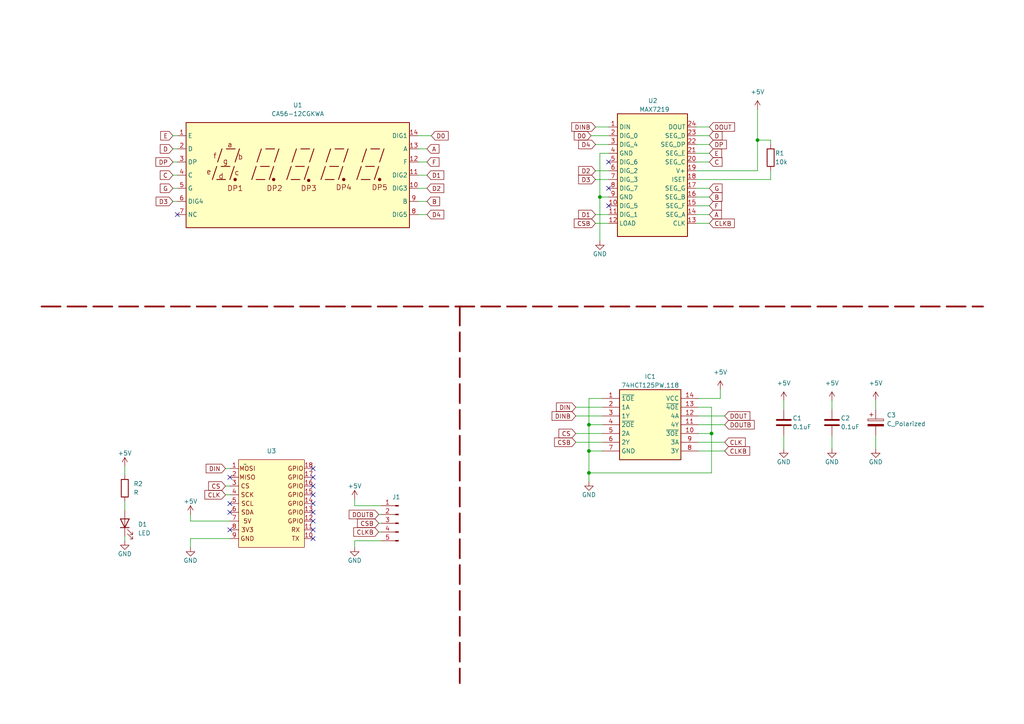
<source format=kicad_sch>
(kicad_sch (version 20230121) (generator eeschema)

  (uuid ddd8ccbd-14d9-456b-aadd-d4ea488c5e9a)

  (paper "A4")

  (lib_symbols
    (symbol "74HCT125PW_118:74HCT125PW,118" (in_bom yes) (on_board yes)
      (property "Reference" "IC" (at 24.13 7.62 0)
        (effects (font (size 1.27 1.27)) (justify left top))
      )
      (property "Value" "74HCT125PW,118" (at 24.13 5.08 0)
        (effects (font (size 1.27 1.27)) (justify left top))
      )
      (property "Footprint" "SOP65P640X110-14N" (at 24.13 -94.92 0)
        (effects (font (size 1.27 1.27)) (justify left top) hide)
      )
      (property "Datasheet" "https://assets.nexperia.com/documents/data-sheet/74HC_HCT125.pdf" (at 24.13 -194.92 0)
        (effects (font (size 1.27 1.27)) (justify left top) hide)
      )
      (property "Height" "1.1" (at 24.13 -394.92 0)
        (effects (font (size 1.27 1.27)) (justify left top) hide)
      )
      (property "Mouser Part Number" "771-74HCT125PW-T" (at 24.13 -494.92 0)
        (effects (font (size 1.27 1.27)) (justify left top) hide)
      )
      (property "Mouser Price/Stock" "https://www.mouser.co.uk/ProductDetail/Nexperia/74HCT125PW118?qs=P62ublwmbi%2FYv669GMNnaw%3D%3D" (at 24.13 -594.92 0)
        (effects (font (size 1.27 1.27)) (justify left top) hide)
      )
      (property "Manufacturer_Name" "Nexperia" (at 24.13 -694.92 0)
        (effects (font (size 1.27 1.27)) (justify left top) hide)
      )
      (property "Manufacturer_Part_Number" "74HCT125PW,118" (at 24.13 -794.92 0)
        (effects (font (size 1.27 1.27)) (justify left top) hide)
      )
      (property "ki_description" "74HC(T)125 - Quad buffer/line driver; 3-state@en-us" (at 0 0 0)
        (effects (font (size 1.27 1.27)) hide)
      )
      (symbol "74HCT125PW,118_1_1"
        (rectangle (start 5.08 2.54) (end 22.86 -17.78)
          (stroke (width 0.254) (type default))
          (fill (type background))
        )
        (pin passive line (at 0 0 0) (length 5.08)
          (name "~{1OE}" (effects (font (size 1.27 1.27))))
          (number "1" (effects (font (size 1.27 1.27))))
        )
        (pin passive line (at 27.94 -10.16 180) (length 5.08)
          (name "~{3OE}" (effects (font (size 1.27 1.27))))
          (number "10" (effects (font (size 1.27 1.27))))
        )
        (pin passive line (at 27.94 -7.62 180) (length 5.08)
          (name "4Y" (effects (font (size 1.27 1.27))))
          (number "11" (effects (font (size 1.27 1.27))))
        )
        (pin passive line (at 27.94 -5.08 180) (length 5.08)
          (name "4A" (effects (font (size 1.27 1.27))))
          (number "12" (effects (font (size 1.27 1.27))))
        )
        (pin passive line (at 27.94 -2.54 180) (length 5.08)
          (name "~{4OE}" (effects (font (size 1.27 1.27))))
          (number "13" (effects (font (size 1.27 1.27))))
        )
        (pin passive line (at 27.94 0 180) (length 5.08)
          (name "VCC" (effects (font (size 1.27 1.27))))
          (number "14" (effects (font (size 1.27 1.27))))
        )
        (pin passive line (at 0 -2.54 0) (length 5.08)
          (name "1A" (effects (font (size 1.27 1.27))))
          (number "2" (effects (font (size 1.27 1.27))))
        )
        (pin passive line (at 0 -5.08 0) (length 5.08)
          (name "1Y" (effects (font (size 1.27 1.27))))
          (number "3" (effects (font (size 1.27 1.27))))
        )
        (pin passive line (at 0 -7.62 0) (length 5.08)
          (name "~{2OE}" (effects (font (size 1.27 1.27))))
          (number "4" (effects (font (size 1.27 1.27))))
        )
        (pin passive line (at 0 -10.16 0) (length 5.08)
          (name "2A" (effects (font (size 1.27 1.27))))
          (number "5" (effects (font (size 1.27 1.27))))
        )
        (pin passive line (at 0 -12.7 0) (length 5.08)
          (name "2Y" (effects (font (size 1.27 1.27))))
          (number "6" (effects (font (size 1.27 1.27))))
        )
        (pin passive line (at 0 -15.24 0) (length 5.08)
          (name "GND" (effects (font (size 1.27 1.27))))
          (number "7" (effects (font (size 1.27 1.27))))
        )
        (pin passive line (at 27.94 -15.24 180) (length 5.08)
          (name "3Y" (effects (font (size 1.27 1.27))))
          (number "8" (effects (font (size 1.27 1.27))))
        )
        (pin passive line (at 27.94 -12.7 180) (length 5.08)
          (name "3A" (effects (font (size 1.27 1.27))))
          (number "9" (effects (font (size 1.27 1.27))))
        )
      )
    )
    (symbol "Connector:Conn_01x05_Pin" (pin_names (offset 1.016) hide) (in_bom yes) (on_board yes)
      (property "Reference" "J" (at 0 7.62 0)
        (effects (font (size 1.27 1.27)))
      )
      (property "Value" "Conn_01x05_Pin" (at 0 -7.62 0)
        (effects (font (size 1.27 1.27)))
      )
      (property "Footprint" "" (at 0 0 0)
        (effects (font (size 1.27 1.27)) hide)
      )
      (property "Datasheet" "~" (at 0 0 0)
        (effects (font (size 1.27 1.27)) hide)
      )
      (property "ki_locked" "" (at 0 0 0)
        (effects (font (size 1.27 1.27)))
      )
      (property "ki_keywords" "connector" (at 0 0 0)
        (effects (font (size 1.27 1.27)) hide)
      )
      (property "ki_description" "Generic connector, single row, 01x05, script generated" (at 0 0 0)
        (effects (font (size 1.27 1.27)) hide)
      )
      (property "ki_fp_filters" "Connector*:*_1x??_*" (at 0 0 0)
        (effects (font (size 1.27 1.27)) hide)
      )
      (symbol "Conn_01x05_Pin_1_1"
        (polyline
          (pts
            (xy 1.27 -5.08)
            (xy 0.8636 -5.08)
          )
          (stroke (width 0.1524) (type default))
          (fill (type none))
        )
        (polyline
          (pts
            (xy 1.27 -2.54)
            (xy 0.8636 -2.54)
          )
          (stroke (width 0.1524) (type default))
          (fill (type none))
        )
        (polyline
          (pts
            (xy 1.27 0)
            (xy 0.8636 0)
          )
          (stroke (width 0.1524) (type default))
          (fill (type none))
        )
        (polyline
          (pts
            (xy 1.27 2.54)
            (xy 0.8636 2.54)
          )
          (stroke (width 0.1524) (type default))
          (fill (type none))
        )
        (polyline
          (pts
            (xy 1.27 5.08)
            (xy 0.8636 5.08)
          )
          (stroke (width 0.1524) (type default))
          (fill (type none))
        )
        (rectangle (start 0.8636 -4.953) (end 0 -5.207)
          (stroke (width 0.1524) (type default))
          (fill (type outline))
        )
        (rectangle (start 0.8636 -2.413) (end 0 -2.667)
          (stroke (width 0.1524) (type default))
          (fill (type outline))
        )
        (rectangle (start 0.8636 0.127) (end 0 -0.127)
          (stroke (width 0.1524) (type default))
          (fill (type outline))
        )
        (rectangle (start 0.8636 2.667) (end 0 2.413)
          (stroke (width 0.1524) (type default))
          (fill (type outline))
        )
        (rectangle (start 0.8636 5.207) (end 0 4.953)
          (stroke (width 0.1524) (type default))
          (fill (type outline))
        )
        (pin passive line (at 5.08 5.08 180) (length 3.81)
          (name "Pin_1" (effects (font (size 1.27 1.27))))
          (number "1" (effects (font (size 1.27 1.27))))
        )
        (pin passive line (at 5.08 2.54 180) (length 3.81)
          (name "Pin_2" (effects (font (size 1.27 1.27))))
          (number "2" (effects (font (size 1.27 1.27))))
        )
        (pin passive line (at 5.08 0 180) (length 3.81)
          (name "Pin_3" (effects (font (size 1.27 1.27))))
          (number "3" (effects (font (size 1.27 1.27))))
        )
        (pin passive line (at 5.08 -2.54 180) (length 3.81)
          (name "Pin_4" (effects (font (size 1.27 1.27))))
          (number "4" (effects (font (size 1.27 1.27))))
        )
        (pin passive line (at 5.08 -5.08 180) (length 3.81)
          (name "Pin_5" (effects (font (size 1.27 1.27))))
          (number "5" (effects (font (size 1.27 1.27))))
        )
      )
    )
    (symbol "Device:C" (pin_numbers hide) (pin_names (offset 0.254)) (in_bom yes) (on_board yes)
      (property "Reference" "C" (at 0.635 2.54 0)
        (effects (font (size 1.27 1.27)) (justify left))
      )
      (property "Value" "C" (at 0.635 -2.54 0)
        (effects (font (size 1.27 1.27)) (justify left))
      )
      (property "Footprint" "" (at 0.9652 -3.81 0)
        (effects (font (size 1.27 1.27)) hide)
      )
      (property "Datasheet" "~" (at 0 0 0)
        (effects (font (size 1.27 1.27)) hide)
      )
      (property "ki_keywords" "cap capacitor" (at 0 0 0)
        (effects (font (size 1.27 1.27)) hide)
      )
      (property "ki_description" "Unpolarized capacitor" (at 0 0 0)
        (effects (font (size 1.27 1.27)) hide)
      )
      (property "ki_fp_filters" "C_*" (at 0 0 0)
        (effects (font (size 1.27 1.27)) hide)
      )
      (symbol "C_0_1"
        (polyline
          (pts
            (xy -2.032 -0.762)
            (xy 2.032 -0.762)
          )
          (stroke (width 0.508) (type default))
          (fill (type none))
        )
        (polyline
          (pts
            (xy -2.032 0.762)
            (xy 2.032 0.762)
          )
          (stroke (width 0.508) (type default))
          (fill (type none))
        )
      )
      (symbol "C_1_1"
        (pin passive line (at 0 3.81 270) (length 2.794)
          (name "~" (effects (font (size 1.27 1.27))))
          (number "1" (effects (font (size 1.27 1.27))))
        )
        (pin passive line (at 0 -3.81 90) (length 2.794)
          (name "~" (effects (font (size 1.27 1.27))))
          (number "2" (effects (font (size 1.27 1.27))))
        )
      )
    )
    (symbol "Device:C_Polarized" (pin_numbers hide) (pin_names (offset 0.254)) (in_bom yes) (on_board yes)
      (property "Reference" "C" (at 0.635 2.54 0)
        (effects (font (size 1.27 1.27)) (justify left))
      )
      (property "Value" "C_Polarized" (at 0.635 -2.54 0)
        (effects (font (size 1.27 1.27)) (justify left))
      )
      (property "Footprint" "" (at 0.9652 -3.81 0)
        (effects (font (size 1.27 1.27)) hide)
      )
      (property "Datasheet" "~" (at 0 0 0)
        (effects (font (size 1.27 1.27)) hide)
      )
      (property "ki_keywords" "cap capacitor" (at 0 0 0)
        (effects (font (size 1.27 1.27)) hide)
      )
      (property "ki_description" "Polarized capacitor" (at 0 0 0)
        (effects (font (size 1.27 1.27)) hide)
      )
      (property "ki_fp_filters" "CP_*" (at 0 0 0)
        (effects (font (size 1.27 1.27)) hide)
      )
      (symbol "C_Polarized_0_1"
        (rectangle (start -2.286 0.508) (end 2.286 1.016)
          (stroke (width 0) (type default))
          (fill (type none))
        )
        (polyline
          (pts
            (xy -1.778 2.286)
            (xy -0.762 2.286)
          )
          (stroke (width 0) (type default))
          (fill (type none))
        )
        (polyline
          (pts
            (xy -1.27 2.794)
            (xy -1.27 1.778)
          )
          (stroke (width 0) (type default))
          (fill (type none))
        )
        (rectangle (start 2.286 -0.508) (end -2.286 -1.016)
          (stroke (width 0) (type default))
          (fill (type outline))
        )
      )
      (symbol "C_Polarized_1_1"
        (pin passive line (at 0 3.81 270) (length 2.794)
          (name "~" (effects (font (size 1.27 1.27))))
          (number "1" (effects (font (size 1.27 1.27))))
        )
        (pin passive line (at 0 -3.81 90) (length 2.794)
          (name "~" (effects (font (size 1.27 1.27))))
          (number "2" (effects (font (size 1.27 1.27))))
        )
      )
    )
    (symbol "Device:LED" (pin_numbers hide) (pin_names (offset 1.016) hide) (in_bom yes) (on_board yes)
      (property "Reference" "D" (at 0 2.54 0)
        (effects (font (size 1.27 1.27)))
      )
      (property "Value" "LED" (at 0 -2.54 0)
        (effects (font (size 1.27 1.27)))
      )
      (property "Footprint" "" (at 0 0 0)
        (effects (font (size 1.27 1.27)) hide)
      )
      (property "Datasheet" "~" (at 0 0 0)
        (effects (font (size 1.27 1.27)) hide)
      )
      (property "ki_keywords" "LED diode" (at 0 0 0)
        (effects (font (size 1.27 1.27)) hide)
      )
      (property "ki_description" "Light emitting diode" (at 0 0 0)
        (effects (font (size 1.27 1.27)) hide)
      )
      (property "ki_fp_filters" "LED* LED_SMD:* LED_THT:*" (at 0 0 0)
        (effects (font (size 1.27 1.27)) hide)
      )
      (symbol "LED_0_1"
        (polyline
          (pts
            (xy -1.27 -1.27)
            (xy -1.27 1.27)
          )
          (stroke (width 0.254) (type default))
          (fill (type none))
        )
        (polyline
          (pts
            (xy -1.27 0)
            (xy 1.27 0)
          )
          (stroke (width 0) (type default))
          (fill (type none))
        )
        (polyline
          (pts
            (xy 1.27 -1.27)
            (xy 1.27 1.27)
            (xy -1.27 0)
            (xy 1.27 -1.27)
          )
          (stroke (width 0.254) (type default))
          (fill (type none))
        )
        (polyline
          (pts
            (xy -3.048 -0.762)
            (xy -4.572 -2.286)
            (xy -3.81 -2.286)
            (xy -4.572 -2.286)
            (xy -4.572 -1.524)
          )
          (stroke (width 0) (type default))
          (fill (type none))
        )
        (polyline
          (pts
            (xy -1.778 -0.762)
            (xy -3.302 -2.286)
            (xy -2.54 -2.286)
            (xy -3.302 -2.286)
            (xy -3.302 -1.524)
          )
          (stroke (width 0) (type default))
          (fill (type none))
        )
      )
      (symbol "LED_1_1"
        (pin passive line (at -3.81 0 0) (length 2.54)
          (name "K" (effects (font (size 1.27 1.27))))
          (number "1" (effects (font (size 1.27 1.27))))
        )
        (pin passive line (at 3.81 0 180) (length 2.54)
          (name "A" (effects (font (size 1.27 1.27))))
          (number "2" (effects (font (size 1.27 1.27))))
        )
      )
    )
    (symbol "Device:R" (pin_numbers hide) (pin_names (offset 0)) (in_bom yes) (on_board yes)
      (property "Reference" "R" (at 2.032 0 90)
        (effects (font (size 1.27 1.27)))
      )
      (property "Value" "R" (at 0 0 90)
        (effects (font (size 1.27 1.27)))
      )
      (property "Footprint" "" (at -1.778 0 90)
        (effects (font (size 1.27 1.27)) hide)
      )
      (property "Datasheet" "~" (at 0 0 0)
        (effects (font (size 1.27 1.27)) hide)
      )
      (property "ki_keywords" "R res resistor" (at 0 0 0)
        (effects (font (size 1.27 1.27)) hide)
      )
      (property "ki_description" "Resistor" (at 0 0 0)
        (effects (font (size 1.27 1.27)) hide)
      )
      (property "ki_fp_filters" "R_*" (at 0 0 0)
        (effects (font (size 1.27 1.27)) hide)
      )
      (symbol "R_0_1"
        (rectangle (start -1.016 -2.54) (end 1.016 2.54)
          (stroke (width 0.254) (type default))
          (fill (type none))
        )
      )
      (symbol "R_1_1"
        (pin passive line (at 0 3.81 270) (length 1.27)
          (name "~" (effects (font (size 1.27 1.27))))
          (number "1" (effects (font (size 1.27 1.27))))
        )
        (pin passive line (at 0 -3.81 90) (length 1.27)
          (name "~" (effects (font (size 1.27 1.27))))
          (number "2" (effects (font (size 1.27 1.27))))
        )
      )
    )
    (symbol "Display_Character:CA56-12CGKWA" (in_bom yes) (on_board yes)
      (property "Reference" "U1" (at 2.54 17.78 0)
        (effects (font (size 1.27 1.27)))
      )
      (property "Value" "CA56-12CGKWA" (at 3.81 15.24 0)
        (effects (font (size 1.27 1.27)))
      )
      (property "Footprint" "" (at 0 -15.24 0)
        (effects (font (size 1.27 1.27)) hide)
      )
      (property "Datasheet" "" (at -12.7 15.24 0)
        (effects (font (size 1.27 1.27)) hide)
      )
      (property "ki_keywords" "display LED" (at 0 0 0)
        (effects (font (size 1.27 1.27)) hide)
      )
      (property "ki_description" "4 digit 7 segment Green LED, common anode" (at 0 0 0)
        (effects (font (size 1.27 1.27)) hide)
      )
      (property "ki_fp_filters" "*CA56*12CGKWA*" (at 0 0 0)
        (effects (font (size 1.27 1.27)) hide)
      )
      (symbol "CA56-12CGKWA_0_0"
        (rectangle (start -27.94 12.7) (end 36.83 -17.78)
          (stroke (width 0.254) (type default))
          (fill (type background))
        )
        (polyline
          (pts
            (xy -20.32 -3.81)
            (xy -19.05 0)
          )
          (stroke (width 0.254) (type default))
          (fill (type none))
        )
        (polyline
          (pts
            (xy -19.05 -3.81)
            (xy -16.51 -3.81)
          )
          (stroke (width 0.254) (type default))
          (fill (type none))
        )
        (polyline
          (pts
            (xy -18.796 1.27)
            (xy -17.526 5.08)
          )
          (stroke (width 0.254) (type default))
          (fill (type none))
        )
        (polyline
          (pts
            (xy -17.78 0)
            (xy -15.24 0)
          )
          (stroke (width 0.254) (type default))
          (fill (type none))
        )
        (polyline
          (pts
            (xy -16.256 5.08)
            (xy -13.716 5.08)
          )
          (stroke (width 0.254) (type default))
          (fill (type none))
        )
        (polyline
          (pts
            (xy -15.24 -3.81)
            (xy -13.97 0)
          )
          (stroke (width 0.254) (type default))
          (fill (type none))
        )
        (polyline
          (pts
            (xy -13.716 1.27)
            (xy -12.446 5.08)
          )
          (stroke (width 0.254) (type default))
          (fill (type none))
        )
        (polyline
          (pts
            (xy -8.89 -3.81)
            (xy -7.62 0)
          )
          (stroke (width 0.254) (type default))
          (fill (type none))
        )
        (polyline
          (pts
            (xy -7.62 -3.81)
            (xy -5.08 -3.81)
          )
          (stroke (width 0.254) (type default))
          (fill (type none))
        )
        (polyline
          (pts
            (xy -7.366 1.27)
            (xy -6.096 5.08)
          )
          (stroke (width 0.254) (type default))
          (fill (type none))
        )
        (polyline
          (pts
            (xy -6.35 0)
            (xy -3.81 0)
          )
          (stroke (width 0.254) (type default))
          (fill (type none))
        )
        (polyline
          (pts
            (xy -4.826 5.08)
            (xy -2.286 5.08)
          )
          (stroke (width 0.254) (type default))
          (fill (type none))
        )
        (polyline
          (pts
            (xy -3.81 -3.81)
            (xy -2.54 0)
          )
          (stroke (width 0.254) (type default))
          (fill (type none))
        )
        (polyline
          (pts
            (xy -2.286 1.27)
            (xy -1.016 5.08)
          )
          (stroke (width 0.254) (type default))
          (fill (type none))
        )
        (polyline
          (pts
            (xy 1.27 -3.81)
            (xy 2.54 0)
          )
          (stroke (width 0.254) (type default))
          (fill (type none))
        )
        (polyline
          (pts
            (xy 2.54 -3.81)
            (xy 5.08 -3.81)
          )
          (stroke (width 0.254) (type default))
          (fill (type none))
        )
        (polyline
          (pts
            (xy 2.794 1.27)
            (xy 4.064 5.08)
          )
          (stroke (width 0.254) (type default))
          (fill (type none))
        )
        (polyline
          (pts
            (xy 3.81 0)
            (xy 6.35 0)
          )
          (stroke (width 0.254) (type default))
          (fill (type none))
        )
        (polyline
          (pts
            (xy 5.334 5.08)
            (xy 7.874 5.08)
          )
          (stroke (width 0.254) (type default))
          (fill (type none))
        )
        (polyline
          (pts
            (xy 6.35 -3.81)
            (xy 7.62 0)
          )
          (stroke (width 0.254) (type default))
          (fill (type none))
        )
        (polyline
          (pts
            (xy 7.874 1.27)
            (xy 9.144 5.08)
          )
          (stroke (width 0.254) (type default))
          (fill (type none))
        )
        (polyline
          (pts
            (xy 11.176 -3.81)
            (xy 12.446 0)
          )
          (stroke (width 0.254) (type default))
          (fill (type none))
        )
        (polyline
          (pts
            (xy 12.446 -3.81)
            (xy 14.986 -3.81)
          )
          (stroke (width 0.254) (type default))
          (fill (type none))
        )
        (polyline
          (pts
            (xy 12.7 1.27)
            (xy 13.97 5.08)
          )
          (stroke (width 0.254) (type default))
          (fill (type none))
        )
        (polyline
          (pts
            (xy 13.716 0)
            (xy 16.256 0)
          )
          (stroke (width 0.254) (type default))
          (fill (type none))
        )
        (polyline
          (pts
            (xy 15.24 5.08)
            (xy 17.78 5.08)
          )
          (stroke (width 0.254) (type default))
          (fill (type none))
        )
        (polyline
          (pts
            (xy 16.256 -3.81)
            (xy 17.526 0)
          )
          (stroke (width 0.254) (type default))
          (fill (type none))
        )
        (polyline
          (pts
            (xy 17.78 1.27)
            (xy 19.05 5.08)
          )
          (stroke (width 0.254) (type default))
          (fill (type none))
        )
        (polyline
          (pts
            (xy 21.59 -3.81)
            (xy 22.86 0)
          )
          (stroke (width 0.254) (type default))
          (fill (type none))
        )
        (polyline
          (pts
            (xy 22.86 -3.81)
            (xy 25.4 -3.81)
          )
          (stroke (width 0.254) (type default))
          (fill (type none))
        )
        (polyline
          (pts
            (xy 23.114 1.27)
            (xy 24.384 5.08)
          )
          (stroke (width 0.254) (type default))
          (fill (type none))
        )
        (polyline
          (pts
            (xy 24.13 0)
            (xy 26.67 0)
          )
          (stroke (width 0.254) (type default))
          (fill (type none))
        )
        (polyline
          (pts
            (xy 25.654 5.08)
            (xy 28.194 5.08)
          )
          (stroke (width 0.254) (type default))
          (fill (type none))
        )
        (polyline
          (pts
            (xy 26.67 -3.81)
            (xy 27.94 0)
          )
          (stroke (width 0.254) (type default))
          (fill (type none))
        )
        (polyline
          (pts
            (xy 28.194 1.27)
            (xy 29.464 5.08)
          )
          (stroke (width 0.254) (type default))
          (fill (type none))
        )
        (text "a" (at -15.24 6.35 0)
          (effects (font (size 1.524 1.524)))
        )
        (text "b" (at -12.192 2.794 0)
          (effects (font (size 1.524 1.524)))
        )
        (text "c" (at -13.208 -1.778 0)
          (effects (font (size 1.524 1.524)))
        )
        (text "d" (at -17.78 -2.794 0)
          (effects (font (size 1.524 1.524)))
        )
        (text "DP1" (at -13.716 -6.35 0)
          (effects (font (size 1.524 1.524)))
        )
        (text "DP2" (at -2.286 -6.35 0)
          (effects (font (size 1.524 1.524)))
        )
        (text "DP3" (at 7.62 -6.35 0)
          (effects (font (size 1.524 1.524)))
        )
        (text "DP4" (at 17.78 -6.096 0)
          (effects (font (size 1.524 1.524)))
        )
        (text "e" (at -21.336 -1.524 0)
          (effects (font (size 1.524 1.524)))
        )
        (text "f" (at -19.558 3.048 0)
          (effects (font (size 1.524 1.524)))
        )
        (text "g" (at -16.51 1.524 0)
          (effects (font (size 1.524 1.524)))
        )
      )
      (symbol "CA56-12CGKWA_0_1"
        (circle (center -13.716 -3.81) (radius 0.3556)
          (stroke (width 0.254) (type default))
          (fill (type outline))
        )
        (circle (center -2.54 -3.81) (radius 0.3556)
          (stroke (width 0.254) (type default))
          (fill (type outline))
        )
      )
      (symbol "CA56-12CGKWA_1_0"
        (circle (center 7.62 -4.064) (radius 0.3556)
          (stroke (width 0.254) (type default))
          (fill (type outline))
        )
        (circle (center 17.78 -3.81) (radius 0.3556)
          (stroke (width 0.254) (type default))
          (fill (type outline))
        )
        (circle (center 28.194 -3.81) (radius 0.3556)
          (stroke (width 0.254) (type default))
          (fill (type outline))
        )
        (text "DP5" (at 28.194 -6.096 0)
          (effects (font (size 1.524 1.524)))
        )
      )
      (symbol "CA56-12CGKWA_1_1"
        (pin input line (at -30.48 8.89 0) (length 2.54)
          (name "E" (effects (font (size 1.27 1.27))))
          (number "1" (effects (font (size 1.27 1.27))))
        )
        (pin input line (at 39.37 -6.35 180) (length 2.54)
          (name "DIG3" (effects (font (size 1.27 1.27))))
          (number "10" (effects (font (size 1.27 1.27))))
        )
        (pin input line (at 39.37 -2.54 180) (length 2.54)
          (name "DIG2" (effects (font (size 1.27 1.27))))
          (number "11" (effects (font (size 1.27 1.27))))
        )
        (pin input line (at 39.37 1.27 180) (length 2.54)
          (name "F" (effects (font (size 1.27 1.27))))
          (number "12" (effects (font (size 1.27 1.27))))
        )
        (pin input line (at 39.37 5.08 180) (length 2.54)
          (name "A" (effects (font (size 1.27 1.27))))
          (number "13" (effects (font (size 1.27 1.27))))
        )
        (pin input line (at 39.37 8.89 180) (length 2.54)
          (name "DIG1" (effects (font (size 1.27 1.27))))
          (number "14" (effects (font (size 1.27 1.27))))
        )
        (pin input line (at -30.48 5.08 0) (length 2.54)
          (name "D" (effects (font (size 1.27 1.27))))
          (number "2" (effects (font (size 1.27 1.27))))
        )
        (pin input line (at -30.48 1.27 0) (length 2.54)
          (name "DP" (effects (font (size 1.27 1.27))))
          (number "3" (effects (font (size 1.27 1.27))))
        )
        (pin input line (at -30.48 -2.54 0) (length 2.54)
          (name "C" (effects (font (size 1.27 1.27))))
          (number "4" (effects (font (size 1.27 1.27))))
        )
        (pin input line (at -30.48 -6.35 0) (length 2.54)
          (name "G" (effects (font (size 1.27 1.27))))
          (number "5" (effects (font (size 1.27 1.27))))
        )
        (pin input line (at -30.48 -10.16 0) (length 2.54)
          (name "DIG4" (effects (font (size 1.27 1.27))))
          (number "6" (effects (font (size 1.27 1.27))))
        )
        (pin input line (at -30.48 -13.97 0) (length 2.54)
          (name "NC" (effects (font (size 1.27 1.27))))
          (number "7" (effects (font (size 1.27 1.27))))
        )
        (pin input line (at 39.37 -13.97 180) (length 2.54)
          (name "DIG5" (effects (font (size 1.27 1.27))))
          (number "8" (effects (font (size 1.27 1.27))))
        )
        (pin input line (at 39.37 -10.16 180) (length 2.54)
          (name "B" (effects (font (size 1.27 1.27))))
          (number "9" (effects (font (size 1.27 1.27))))
        )
      )
    )
    (symbol "Driver_LED:MAX7219" (in_bom yes) (on_board yes)
      (property "Reference" "U2" (at 0 19.05 0)
        (effects (font (size 1.27 1.27)) (justify left))
      )
      (property "Value" "MAX7219" (at -2.54 16.51 0)
        (effects (font (size 1.27 1.27)) (justify left))
      )
      (property "Footprint" "" (at -1.27 1.27 0)
        (effects (font (size 1.27 1.27)) hide)
      )
      (property "Datasheet" "https://datasheets.maximintegrated.com/en/ds/MAX7219-MAX7221.pdf" (at 1.27 34.29 0)
        (effects (font (size 1.27 1.27)) hide)
      )
      (property "ki_keywords" "LED 8-Digit Display Driver" (at 0 0 0)
        (effects (font (size 1.27 1.27)) hide)
      )
      (property "ki_description" "8-Digit LED Display Driver" (at 0 0 0)
        (effects (font (size 1.27 1.27)) hide)
      )
      (property "ki_fp_filters" "SOIC*7.5x15.4mm*P1.27mm* DIP*7.62mm*" (at 0 0 0)
        (effects (font (size 1.27 1.27)) hide)
      )
      (symbol "MAX7219_0_1"
        (rectangle (start -8.89 15.24) (end 11.43 -20.32)
          (stroke (width 0.254) (type default))
          (fill (type background))
        )
      )
      (symbol "MAX7219_1_1"
        (pin input line (at -11.43 11.43 0) (length 2.54)
          (name "DIN" (effects (font (size 1.27 1.27))))
          (number "1" (effects (font (size 1.27 1.27))))
        )
        (pin output line (at -11.43 -11.43 0) (length 2.54)
          (name "DIG_5" (effects (font (size 1.27 1.27))))
          (number "10" (effects (font (size 1.27 1.27))))
        )
        (pin output line (at -11.43 -13.97 0) (length 2.54)
          (name "DIG_1" (effects (font (size 1.27 1.27))))
          (number "11" (effects (font (size 1.27 1.27))))
        )
        (pin input line (at -11.43 -16.51 0) (length 2.54)
          (name "LOAD" (effects (font (size 1.27 1.27))))
          (number "12" (effects (font (size 1.27 1.27))))
        )
        (pin input line (at 13.97 -16.51 180) (length 2.54)
          (name "CLK" (effects (font (size 1.27 1.27))))
          (number "13" (effects (font (size 1.27 1.27))))
        )
        (pin output line (at 13.97 -13.97 180) (length 2.54)
          (name "SEG_A" (effects (font (size 1.27 1.27))))
          (number "14" (effects (font (size 1.27 1.27))))
        )
        (pin output line (at 13.97 -11.43 180) (length 2.54)
          (name "SEG_F" (effects (font (size 1.27 1.27))))
          (number "15" (effects (font (size 1.27 1.27))))
        )
        (pin output line (at 13.97 -8.89 180) (length 2.54)
          (name "SEG_B" (effects (font (size 1.27 1.27))))
          (number "16" (effects (font (size 1.27 1.27))))
        )
        (pin output line (at 13.97 -6.35 180) (length 2.54)
          (name "SEG_G" (effects (font (size 1.27 1.27))))
          (number "17" (effects (font (size 1.27 1.27))))
        )
        (pin input line (at 13.97 -3.81 180) (length 2.54)
          (name "ISET" (effects (font (size 1.27 1.27))))
          (number "18" (effects (font (size 1.27 1.27))))
        )
        (pin power_in line (at 13.97 -1.27 180) (length 2.54)
          (name "V+" (effects (font (size 1.27 1.27))))
          (number "19" (effects (font (size 1.27 1.27))))
        )
        (pin output line (at -11.43 8.89 0) (length 2.54)
          (name "DIG_0" (effects (font (size 1.27 1.27))))
          (number "2" (effects (font (size 1.27 1.27))))
        )
        (pin output line (at 13.97 1.27 180) (length 2.54)
          (name "SEG_C" (effects (font (size 1.27 1.27))))
          (number "20" (effects (font (size 1.27 1.27))))
        )
        (pin output line (at 13.97 3.81 180) (length 2.54)
          (name "SEG_E" (effects (font (size 1.27 1.27))))
          (number "21" (effects (font (size 1.27 1.27))))
        )
        (pin output line (at 13.97 6.35 180) (length 2.54)
          (name "SEG_DP" (effects (font (size 1.27 1.27))))
          (number "22" (effects (font (size 1.27 1.27))))
        )
        (pin output line (at 13.97 8.89 180) (length 2.54)
          (name "SEG_D" (effects (font (size 1.27 1.27))))
          (number "23" (effects (font (size 1.27 1.27))))
        )
        (pin output line (at 13.97 11.43 180) (length 2.54)
          (name "DOUT" (effects (font (size 1.27 1.27))))
          (number "24" (effects (font (size 1.27 1.27))))
        )
        (pin output line (at -11.43 6.35 0) (length 2.54)
          (name "DIG_4" (effects (font (size 1.27 1.27))))
          (number "3" (effects (font (size 1.27 1.27))))
        )
        (pin power_in line (at -11.43 3.81 0) (length 2.54)
          (name "GND" (effects (font (size 1.27 1.27))))
          (number "4" (effects (font (size 1.27 1.27))))
        )
        (pin output line (at -11.43 1.27 0) (length 2.54)
          (name "DIG_6" (effects (font (size 1.27 1.27))))
          (number "5" (effects (font (size 1.27 1.27))))
        )
        (pin output line (at -11.43 -1.27 0) (length 2.54)
          (name "DIG_2" (effects (font (size 1.27 1.27))))
          (number "6" (effects (font (size 1.27 1.27))))
        )
        (pin output line (at -11.43 -3.81 0) (length 2.54)
          (name "DIG_3" (effects (font (size 1.27 1.27))))
          (number "7" (effects (font (size 1.27 1.27))))
        )
        (pin output line (at -11.43 -6.35 0) (length 2.54)
          (name "DIG_7" (effects (font (size 1.27 1.27))))
          (number "8" (effects (font (size 1.27 1.27))))
        )
        (pin passive line (at -11.43 -8.89 0) (length 2.54)
          (name "GND" (effects (font (size 1.27 1.27))))
          (number "9" (effects (font (size 1.27 1.27))))
        )
      )
    )
    (symbol "moduler_pin:air" (in_bom yes) (on_board yes)
      (property "Reference" "U" (at 7.62 2.54 0)
        (effects (font (size 1.27 1.27)))
      )
      (property "Value" "" (at 0 0 0)
        (effects (font (size 1.27 1.27)))
      )
      (property "Footprint" "" (at 0 0 0)
        (effects (font (size 1.27 1.27)) hide)
      )
      (property "Datasheet" "" (at 0 0 0)
        (effects (font (size 1.27 1.27)) hide)
      )
      (symbol "air_1_1"
        (rectangle (start -1.905 1.27) (end 17.145 -24.13)
          (stroke (width 0) (type default))
          (fill (type background))
        )
        (text "3V3" (at 0.635 -19.05 0)
          (effects (font (size 1.27 1.27)))
        )
        (text "5V" (at 0.635 -16.51 0)
          (effects (font (size 1.27 1.27)))
        )
        (text "CS" (at 0 -6.35 0)
          (effects (font (size 1.27 1.27)))
        )
        (text "GND" (at 0.635 -21.59 0)
          (effects (font (size 1.27 1.27)))
        )
        (text "GPIO" (at 14.605 -16.51 0)
          (effects (font (size 1.27 1.27)))
        )
        (text "GPIO" (at 14.605 -13.97 0)
          (effects (font (size 1.27 1.27)))
        )
        (text "GPIO" (at 14.605 -11.43 0)
          (effects (font (size 1.27 1.27)))
        )
        (text "GPIO" (at 14.605 -8.89 0)
          (effects (font (size 1.27 1.27)))
        )
        (text "GPIO" (at 14.605 -6.35 0)
          (effects (font (size 1.27 1.27)))
        )
        (text "GPIO" (at 14.605 -3.81 0)
          (effects (font (size 1.27 1.27)))
        )
        (text "GPIO" (at 14.605 -1.27 0)
          (effects (font (size 1.27 1.27)))
        )
        (text "MISO" (at 0.635 -3.81 0)
          (effects (font (size 1.27 1.27)))
        )
        (text "MOSI" (at 0.635 -1.27 0)
          (effects (font (size 1.27 1.27)))
        )
        (text "RX" (at 14.605 -19.05 0)
          (effects (font (size 1.27 1.27)))
        )
        (text "SCK" (at 0.635 -8.89 0)
          (effects (font (size 1.27 1.27)))
        )
        (text "SCL" (at 0.635 -11.43 0)
          (effects (font (size 1.27 1.27)))
        )
        (text "SDA" (at 0.635 -13.97 0)
          (effects (font (size 1.27 1.27)))
        )
        (text "TX" (at 14.605 -21.59 0)
          (effects (font (size 1.27 1.27)))
        )
        (pin input line (at -4.445 -1.27 0) (length 2.54)
          (name "" (effects (font (size 1.27 1.27))))
          (number "1" (effects (font (size 1.27 1.27))))
        )
        (pin input line (at 19.685 -21.59 180) (length 2.54)
          (name "" (effects (font (size 1.27 1.27))))
          (number "10" (effects (font (size 1.27 1.27))))
        )
        (pin input line (at 19.685 -19.05 180) (length 2.54)
          (name "" (effects (font (size 1.27 1.27))))
          (number "11" (effects (font (size 1.27 1.27))))
        )
        (pin input line (at 19.685 -16.51 180) (length 2.54)
          (name "" (effects (font (size 1.27 1.27))))
          (number "12" (effects (font (size 1.27 1.27))))
        )
        (pin input line (at 19.685 -13.97 180) (length 2.54)
          (name "" (effects (font (size 1.27 1.27))))
          (number "13" (effects (font (size 1.27 1.27))))
        )
        (pin input line (at 19.685 -11.43 180) (length 2.54)
          (name "" (effects (font (size 1.27 1.27))))
          (number "14" (effects (font (size 1.27 1.27))))
        )
        (pin input line (at 19.685 -8.89 180) (length 2.54)
          (name "" (effects (font (size 1.27 1.27))))
          (number "15" (effects (font (size 1.27 1.27))))
        )
        (pin input line (at 19.685 -6.35 180) (length 2.54)
          (name "" (effects (font (size 1.27 1.27))))
          (number "16" (effects (font (size 1.27 1.27))))
        )
        (pin input line (at 19.685 -3.81 180) (length 2.54)
          (name "" (effects (font (size 1.27 1.27))))
          (number "17" (effects (font (size 1.27 1.27))))
        )
        (pin input line (at 19.685 -1.27 180) (length 2.54)
          (name "" (effects (font (size 1.27 1.27))))
          (number "18" (effects (font (size 1.27 1.27))))
        )
        (pin input line (at -4.445 -3.81 0) (length 2.54)
          (name "" (effects (font (size 1.27 1.27))))
          (number "2" (effects (font (size 1.27 1.27))))
        )
        (pin input line (at -4.445 -6.35 0) (length 2.54)
          (name "" (effects (font (size 1.27 1.27))))
          (number "3" (effects (font (size 1.27 1.27))))
        )
        (pin input line (at -4.445 -8.89 0) (length 2.54)
          (name "" (effects (font (size 1.27 1.27))))
          (number "4" (effects (font (size 1.27 1.27))))
        )
        (pin input line (at -4.445 -11.43 0) (length 2.54)
          (name "" (effects (font (size 1.27 1.27))))
          (number "5" (effects (font (size 1.27 1.27))))
        )
        (pin input line (at -4.445 -13.97 0) (length 2.54)
          (name "" (effects (font (size 1.27 1.27))))
          (number "6" (effects (font (size 1.27 1.27))))
        )
        (pin input line (at -4.445 -16.51 0) (length 2.54)
          (name "" (effects (font (size 1.27 1.27))))
          (number "7" (effects (font (size 1.27 1.27))))
        )
        (pin input line (at -4.445 -19.05 0) (length 2.54)
          (name "" (effects (font (size 1.27 1.27))))
          (number "8" (effects (font (size 1.27 1.27))))
        )
        (pin input line (at -4.445 -21.59 0) (length 2.54)
          (name "" (effects (font (size 1.27 1.27))))
          (number "9" (effects (font (size 1.27 1.27))))
        )
      )
    )
    (symbol "power:+5V" (power) (pin_names (offset 0)) (in_bom yes) (on_board yes)
      (property "Reference" "#PWR" (at 0 -3.81 0)
        (effects (font (size 1.27 1.27)) hide)
      )
      (property "Value" "+5V" (at 0 3.556 0)
        (effects (font (size 1.27 1.27)))
      )
      (property "Footprint" "" (at 0 0 0)
        (effects (font (size 1.27 1.27)) hide)
      )
      (property "Datasheet" "" (at 0 0 0)
        (effects (font (size 1.27 1.27)) hide)
      )
      (property "ki_keywords" "global power" (at 0 0 0)
        (effects (font (size 1.27 1.27)) hide)
      )
      (property "ki_description" "Power symbol creates a global label with name \"+5V\"" (at 0 0 0)
        (effects (font (size 1.27 1.27)) hide)
      )
      (symbol "+5V_0_1"
        (polyline
          (pts
            (xy -0.762 1.27)
            (xy 0 2.54)
          )
          (stroke (width 0) (type default))
          (fill (type none))
        )
        (polyline
          (pts
            (xy 0 0)
            (xy 0 2.54)
          )
          (stroke (width 0) (type default))
          (fill (type none))
        )
        (polyline
          (pts
            (xy 0 2.54)
            (xy 0.762 1.27)
          )
          (stroke (width 0) (type default))
          (fill (type none))
        )
      )
      (symbol "+5V_1_1"
        (pin power_in line (at 0 0 90) (length 0) hide
          (name "+5V" (effects (font (size 1.27 1.27))))
          (number "1" (effects (font (size 1.27 1.27))))
        )
      )
    )
    (symbol "power:GND" (power) (pin_names (offset 0)) (in_bom yes) (on_board yes)
      (property "Reference" "#PWR" (at 0 -6.35 0)
        (effects (font (size 1.27 1.27)) hide)
      )
      (property "Value" "GND" (at 0 -3.81 0)
        (effects (font (size 1.27 1.27)))
      )
      (property "Footprint" "" (at 0 0 0)
        (effects (font (size 1.27 1.27)) hide)
      )
      (property "Datasheet" "" (at 0 0 0)
        (effects (font (size 1.27 1.27)) hide)
      )
      (property "ki_keywords" "global power" (at 0 0 0)
        (effects (font (size 1.27 1.27)) hide)
      )
      (property "ki_description" "Power symbol creates a global label with name \"GND\" , ground" (at 0 0 0)
        (effects (font (size 1.27 1.27)) hide)
      )
      (symbol "GND_0_1"
        (polyline
          (pts
            (xy 0 0)
            (xy 0 -1.27)
            (xy 1.27 -1.27)
            (xy 0 -2.54)
            (xy -1.27 -1.27)
            (xy 0 -1.27)
          )
          (stroke (width 0) (type default))
          (fill (type none))
        )
      )
      (symbol "GND_1_1"
        (pin power_in line (at 0 0 270) (length 0) hide
          (name "GND" (effects (font (size 1.27 1.27))))
          (number "1" (effects (font (size 1.27 1.27))))
        )
      )
    )
  )

  (junction (at 173.99 57.15) (diameter 0) (color 0 0 0 0)
    (uuid 31f57393-5b82-47e5-a511-22d35661504a)
  )
  (junction (at 170.815 137.16) (diameter 0) (color 0 0 0 0)
    (uuid 44e0355d-0065-4afb-a98d-3add81221704)
  )
  (junction (at 170.815 123.19) (diameter 0) (color 0 0 0 0)
    (uuid 747fb795-9b37-4134-9a3e-5ce15a1df002)
  )
  (junction (at 219.71 40.64) (diameter 0) (color 0 0 0 0)
    (uuid 79f7e712-c387-4c24-881c-e6aff7196503)
  )
  (junction (at 170.815 130.81) (diameter 0) (color 0 0 0 0)
    (uuid 7c1657fa-54b0-4ce5-94ef-30e9e2e3004f)
  )
  (junction (at 206.375 125.73) (diameter 0) (color 0 0 0 0)
    (uuid f8f28696-0939-410e-9292-02b8222d7c73)
  )

  (no_connect (at 90.805 151.13) (uuid 005ca060-e80c-4b7e-a7a5-5a06be419ae7))
  (no_connect (at 66.675 153.67) (uuid 1c2c510e-4e3d-43b7-a3d4-007d4281340e))
  (no_connect (at 90.805 153.67) (uuid 610771a9-545f-471a-b65e-1a1eaf2c95c6))
  (no_connect (at 90.805 140.97) (uuid 63397aba-1b99-4c82-baf6-aa31b48264dc))
  (no_connect (at 66.675 138.43) (uuid 77b3ab32-723c-4b7d-b93e-2b5341ec174e))
  (no_connect (at 90.805 148.59) (uuid 7acbd756-a572-4a07-b945-f13ed9daec45))
  (no_connect (at 51.435 62.23) (uuid 868ede2a-d678-49cb-b40a-a1cbfd65d7be))
  (no_connect (at 90.805 138.43) (uuid b1b0297c-c997-46b0-89fc-73032fe5e85a))
  (no_connect (at 90.805 135.89) (uuid be14396b-7864-4b70-8c23-abe2ba150e3c))
  (no_connect (at 176.53 54.61) (uuid c2fc526c-8184-4a5a-8c26-609743a29f45))
  (no_connect (at 90.805 143.51) (uuid cde86aff-0245-48fe-9822-18e0adf1c6a3))
  (no_connect (at 66.675 148.59) (uuid d47feae3-e9b0-48d9-a858-a3b5d724c246))
  (no_connect (at 90.805 156.21) (uuid db656e2e-fc79-4f99-9bd4-7ab1310a1891))
  (no_connect (at 176.53 46.99) (uuid dba83752-2e11-4493-9ed9-3f83123baf28))
  (no_connect (at 66.675 146.05) (uuid de3209db-d9f7-492f-82e4-b6b8ebe4ccd0))
  (no_connect (at 176.53 59.69) (uuid f7935713-db12-49da-9a31-809b874e40e2))
  (no_connect (at 90.805 146.05) (uuid ffe0590f-84c2-4152-a2dc-d3cf4b0a6114))

  (wire (pts (xy 206.375 125.73) (xy 206.375 137.16))
    (stroke (width 0) (type default))
    (uuid 0147197d-ed47-49d5-833b-c9d8d2d8b025)
  )
  (wire (pts (xy 172.72 41.91) (xy 176.53 41.91))
    (stroke (width 0) (type default))
    (uuid 01f65d6b-d81f-4864-93d1-2a08c31841e5)
  )
  (wire (pts (xy 223.52 52.07) (xy 223.52 49.53))
    (stroke (width 0) (type default))
    (uuid 049b05c8-8ba5-4426-80eb-6972edcb65c8)
  )
  (wire (pts (xy 102.87 146.685) (xy 110.49 146.685))
    (stroke (width 0) (type default))
    (uuid 078e6b20-59d6-4095-a562-116ff028f489)
  )
  (wire (pts (xy 50.165 46.99) (xy 51.435 46.99))
    (stroke (width 0) (type default))
    (uuid 08dbce9d-61d4-4246-815e-b95ebd8356cc)
  )
  (wire (pts (xy 201.93 59.69) (xy 205.74 59.69))
    (stroke (width 0) (type default))
    (uuid 0abd9b0e-e3ea-493f-94b0-1d7e30680ed3)
  )
  (polyline (pts (xy 133.35 88.9) (xy 133.35 198.12))
    (stroke (width 0.5) (type dash) (color 132 0 0 1))
    (uuid 1350157b-6fc0-44b3-8399-dabbecfd8e1c)
  )

  (wire (pts (xy 201.93 64.77) (xy 205.74 64.77))
    (stroke (width 0) (type default))
    (uuid 170ff3e4-e9a8-4293-8ed4-9010e6f92f92)
  )
  (wire (pts (xy 170.815 137.16) (xy 170.815 139.7))
    (stroke (width 0) (type default))
    (uuid 20445c2a-58f2-43eb-957f-eea29d8c4e46)
  )
  (wire (pts (xy 170.815 130.81) (xy 170.815 137.16))
    (stroke (width 0) (type default))
    (uuid 22c566db-9d9b-47d5-9f3b-dc03d2d71992)
  )
  (wire (pts (xy 171.45 39.37) (xy 176.53 39.37))
    (stroke (width 0) (type default))
    (uuid 23bdf61e-2e59-429b-b872-4e23e966c926)
  )
  (wire (pts (xy 208.915 113.03) (xy 208.915 115.57))
    (stroke (width 0) (type default))
    (uuid 26df656a-8c2e-4ea6-9895-38326358d349)
  )
  (wire (pts (xy 202.565 128.27) (xy 210.185 128.27))
    (stroke (width 0) (type default))
    (uuid 29fd0579-036c-4b42-b289-d69041f20389)
  )
  (wire (pts (xy 123.825 54.61) (xy 121.285 54.61))
    (stroke (width 0) (type default))
    (uuid 306ffa29-c136-4768-9a4b-e6114a1f2a03)
  )
  (wire (pts (xy 125.095 39.37) (xy 121.285 39.37))
    (stroke (width 0) (type default))
    (uuid 32597d84-dd57-476c-994f-e793ca622fad)
  )
  (wire (pts (xy 167.005 125.73) (xy 174.625 125.73))
    (stroke (width 0) (type default))
    (uuid 3471f21d-ee7b-462c-a2b0-b80e765d87ec)
  )
  (wire (pts (xy 123.825 46.99) (xy 121.285 46.99))
    (stroke (width 0) (type default))
    (uuid 3b6e7ea5-6ffb-4f68-b3a8-752898a80005)
  )
  (wire (pts (xy 172.72 52.07) (xy 176.53 52.07))
    (stroke (width 0) (type default))
    (uuid 3d89bcb8-99d3-4ed3-a4f1-52639acb48bd)
  )
  (wire (pts (xy 201.93 52.07) (xy 223.52 52.07))
    (stroke (width 0) (type default))
    (uuid 3e1b9c54-3e4b-449c-99a3-476d69f797e6)
  )
  (wire (pts (xy 65.405 143.51) (xy 66.675 143.51))
    (stroke (width 0) (type default))
    (uuid 3fd0d9a9-5463-4404-8a21-ddb36813375d)
  )
  (wire (pts (xy 173.99 57.15) (xy 173.99 44.45))
    (stroke (width 0) (type default))
    (uuid 41c76bbe-63e0-44c9-bff9-11406393bf20)
  )
  (wire (pts (xy 123.825 50.8) (xy 121.285 50.8))
    (stroke (width 0) (type default))
    (uuid 42ba1ad4-62b9-4c2d-bce2-d6331ba55abd)
  )
  (wire (pts (xy 219.71 49.53) (xy 201.93 49.53))
    (stroke (width 0) (type default))
    (uuid 43483fe2-4fc4-4913-b484-4250f741e2bf)
  )
  (wire (pts (xy 172.72 49.53) (xy 176.53 49.53))
    (stroke (width 0) (type default))
    (uuid 439ceb13-7375-4fb2-9584-bb4e5f536e19)
  )
  (wire (pts (xy 174.625 115.57) (xy 170.815 115.57))
    (stroke (width 0) (type default))
    (uuid 47b53bcd-99d7-4a97-8c82-a3e1fe50e376)
  )
  (wire (pts (xy 109.855 154.305) (xy 110.49 154.305))
    (stroke (width 0) (type default))
    (uuid 4b5f2b8b-5506-4fbe-8e54-056433eaa26a)
  )
  (wire (pts (xy 36.195 135.255) (xy 36.195 137.795))
    (stroke (width 0) (type default))
    (uuid 4eea4cbe-37bf-4313-86ab-caa07bbd0727)
  )
  (wire (pts (xy 55.245 149.225) (xy 55.245 151.13))
    (stroke (width 0) (type default))
    (uuid 5396aa93-3c46-43da-ad57-00110500cf52)
  )
  (wire (pts (xy 227.33 126.365) (xy 227.33 130.175))
    (stroke (width 0) (type default))
    (uuid 55d59097-5a75-4a31-b371-d0f51bf4a2f7)
  )
  (wire (pts (xy 254 126.365) (xy 254 130.175))
    (stroke (width 0) (type default))
    (uuid 5a010303-2a8f-4eb1-86b2-1247d6d88748)
  )
  (wire (pts (xy 202.565 123.19) (xy 210.185 123.19))
    (stroke (width 0) (type default))
    (uuid 5b8c6086-1812-4090-898c-35fba8b16b87)
  )
  (wire (pts (xy 123.825 43.18) (xy 121.285 43.18))
    (stroke (width 0) (type default))
    (uuid 5ea0c61f-0ad3-42df-bc6e-2d7d4aacce62)
  )
  (wire (pts (xy 102.87 158.75) (xy 102.87 156.845))
    (stroke (width 0) (type default))
    (uuid 5f14a21a-e43c-4b02-b919-026061915cd2)
  )
  (wire (pts (xy 201.93 54.61) (xy 205.74 54.61))
    (stroke (width 0) (type default))
    (uuid 657f426c-152f-43ee-9bc1-963b13d52eb0)
  )
  (wire (pts (xy 50.165 58.42) (xy 51.435 58.42))
    (stroke (width 0) (type default))
    (uuid 74a2622f-2f9d-408c-b4e2-957fc9f6d69f)
  )
  (wire (pts (xy 254 116.205) (xy 254 118.745))
    (stroke (width 0) (type default))
    (uuid 7a8d3b85-85d7-4c00-8f20-8353648c4b16)
  )
  (wire (pts (xy 170.815 123.19) (xy 174.625 123.19))
    (stroke (width 0) (type default))
    (uuid 7c1f150a-60d6-44db-8e44-cc44f02f02d0)
  )
  (wire (pts (xy 170.815 123.19) (xy 170.815 130.81))
    (stroke (width 0) (type default))
    (uuid 7cec2a8c-5515-4b9c-9ae5-500363d24445)
  )
  (polyline (pts (xy 12.065 88.9) (xy 285.115 88.9))
    (stroke (width 0.5) (type dash) (color 132 0 0 1))
    (uuid 7d85cfa8-aaad-4a37-94a0-faa36c6fef3b)
  )

  (wire (pts (xy 36.195 147.955) (xy 36.195 145.415))
    (stroke (width 0) (type default))
    (uuid 815c1dcb-1f8f-41a3-ae5e-b46dd0a77eb1)
  )
  (wire (pts (xy 55.245 151.13) (xy 66.675 151.13))
    (stroke (width 0) (type default))
    (uuid 85bc1b4e-63ee-44d5-9c5f-d5f292a0683e)
  )
  (wire (pts (xy 50.165 39.37) (xy 51.435 39.37))
    (stroke (width 0) (type default))
    (uuid 87383a5c-1e64-4327-a8c1-4624dfb5010b)
  )
  (wire (pts (xy 167.005 118.11) (xy 174.625 118.11))
    (stroke (width 0) (type default))
    (uuid 8cd8d750-6b76-4d6a-8027-cc23da8fa951)
  )
  (wire (pts (xy 201.93 57.15) (xy 205.74 57.15))
    (stroke (width 0) (type default))
    (uuid 8e33de8c-256b-443c-9a81-65f98b698f80)
  )
  (wire (pts (xy 65.405 135.89) (xy 66.675 135.89))
    (stroke (width 0) (type default))
    (uuid 9056ae7a-23ae-4282-b8f6-c797950f1385)
  )
  (wire (pts (xy 241.3 126.365) (xy 241.3 130.175))
    (stroke (width 0) (type default))
    (uuid 920d3145-2b98-41dc-9263-b2181e9b4955)
  )
  (wire (pts (xy 50.165 50.8) (xy 51.435 50.8))
    (stroke (width 0) (type default))
    (uuid 92dd7f09-7559-4467-9a79-24bca91eaa39)
  )
  (wire (pts (xy 170.815 130.81) (xy 174.625 130.81))
    (stroke (width 0) (type default))
    (uuid 98b57578-c33a-4a5f-9747-4fb2144df6ca)
  )
  (wire (pts (xy 167.005 128.27) (xy 174.625 128.27))
    (stroke (width 0) (type default))
    (uuid 997a7d20-230c-4ae1-bdbe-616db2de2ada)
  )
  (wire (pts (xy 36.195 156.845) (xy 36.195 155.575))
    (stroke (width 0) (type default))
    (uuid 9c9f913a-2193-4bc3-b508-8d83b3f6a0c4)
  )
  (wire (pts (xy 223.52 41.91) (xy 223.52 40.64))
    (stroke (width 0) (type default))
    (uuid a2c033a3-268a-452d-81ab-ef01d5fb697a)
  )
  (wire (pts (xy 206.375 118.11) (xy 206.375 125.73))
    (stroke (width 0) (type default))
    (uuid a74791d9-b93d-4a80-8d0d-99ca9b25a851)
  )
  (wire (pts (xy 201.93 46.99) (xy 205.74 46.99))
    (stroke (width 0) (type default))
    (uuid a75407ec-8ab9-473a-971e-a6b7f1ec6a3d)
  )
  (wire (pts (xy 173.99 44.45) (xy 176.53 44.45))
    (stroke (width 0) (type default))
    (uuid a8e89e7a-760b-49ef-a63b-14a77b9d2645)
  )
  (wire (pts (xy 50.165 54.61) (xy 51.435 54.61))
    (stroke (width 0) (type default))
    (uuid a8f74c51-eb70-4b72-a459-656538ca9383)
  )
  (wire (pts (xy 55.245 158.75) (xy 55.245 156.21))
    (stroke (width 0) (type default))
    (uuid aa170c5a-6587-4c45-87c0-06dfc50f254b)
  )
  (wire (pts (xy 172.72 36.83) (xy 176.53 36.83))
    (stroke (width 0) (type default))
    (uuid aa860d8e-80be-4c98-90f3-d03d5607a1cc)
  )
  (wire (pts (xy 170.815 115.57) (xy 170.815 123.19))
    (stroke (width 0) (type default))
    (uuid ac2ea818-664f-4e28-8b7e-02aeaf205feb)
  )
  (wire (pts (xy 65.405 140.97) (xy 66.675 140.97))
    (stroke (width 0) (type default))
    (uuid af0e4148-b503-4b67-b060-b7fae1ae3213)
  )
  (wire (pts (xy 241.3 116.205) (xy 241.3 118.745))
    (stroke (width 0) (type default))
    (uuid b2562a10-d167-4b50-a480-8d03c7cd9e18)
  )
  (wire (pts (xy 201.93 39.37) (xy 205.74 39.37))
    (stroke (width 0) (type default))
    (uuid b9457832-62cb-4b79-b861-c6dcc1dd6975)
  )
  (wire (pts (xy 206.375 137.16) (xy 170.815 137.16))
    (stroke (width 0) (type default))
    (uuid baea4fd8-2bdb-437b-bd99-6b703b4d8920)
  )
  (wire (pts (xy 202.565 130.81) (xy 210.185 130.81))
    (stroke (width 0) (type default))
    (uuid bc8318f2-c4cb-40f7-b902-a3c4180970d5)
  )
  (wire (pts (xy 227.33 116.205) (xy 227.33 118.745))
    (stroke (width 0) (type default))
    (uuid c7b14a89-8b1c-42fd-8f96-3b64d28e0dab)
  )
  (wire (pts (xy 219.71 40.64) (xy 219.71 49.53))
    (stroke (width 0) (type default))
    (uuid c7c69d59-aa93-42ae-afce-64d71776b673)
  )
  (wire (pts (xy 202.565 118.11) (xy 206.375 118.11))
    (stroke (width 0) (type default))
    (uuid c8bec722-c26b-409f-ab97-4dbcbf13d4b8)
  )
  (wire (pts (xy 55.245 156.21) (xy 66.675 156.21))
    (stroke (width 0) (type default))
    (uuid cac49b75-be7a-4cf6-bf79-1a322acf88ad)
  )
  (wire (pts (xy 173.99 69.85) (xy 173.99 57.15))
    (stroke (width 0) (type default))
    (uuid d5ae9dba-c2a2-4f5d-9fcb-751b0cd0a41c)
  )
  (wire (pts (xy 102.87 156.845) (xy 110.49 156.845))
    (stroke (width 0) (type default))
    (uuid db59d86b-e679-4b32-8c7c-657783842ab7)
  )
  (wire (pts (xy 167.005 120.65) (xy 174.625 120.65))
    (stroke (width 0) (type default))
    (uuid de19e88c-9231-40a5-8a0f-d2dde97ef0b1)
  )
  (wire (pts (xy 123.825 62.23) (xy 121.285 62.23))
    (stroke (width 0) (type default))
    (uuid e069fd50-f9c2-4de6-acef-2ff3673c92df)
  )
  (wire (pts (xy 109.855 149.225) (xy 110.49 149.225))
    (stroke (width 0) (type default))
    (uuid e22e250d-d13e-482b-8bf5-d2d89adf6331)
  )
  (wire (pts (xy 202.565 125.73) (xy 206.375 125.73))
    (stroke (width 0) (type default))
    (uuid e4e2cec2-7d13-461c-a531-b2d7209448aa)
  )
  (wire (pts (xy 109.855 151.765) (xy 110.49 151.765))
    (stroke (width 0) (type default))
    (uuid e4e8848d-f82b-4f49-a632-a49cb35d9618)
  )
  (wire (pts (xy 172.72 62.23) (xy 176.53 62.23))
    (stroke (width 0) (type default))
    (uuid e5b0f939-b5bc-438f-a68f-2bf87c19edb6)
  )
  (wire (pts (xy 208.915 115.57) (xy 202.565 115.57))
    (stroke (width 0) (type default))
    (uuid e5b672d3-365b-4c38-9294-a69f4d69c396)
  )
  (wire (pts (xy 172.72 64.77) (xy 176.53 64.77))
    (stroke (width 0) (type default))
    (uuid e5fa5ef4-05ad-4c0f-bd48-4ad81df1a025)
  )
  (wire (pts (xy 223.52 40.64) (xy 219.71 40.64))
    (stroke (width 0) (type default))
    (uuid ea2643d4-dca9-4309-9d98-66f0f2d9d913)
  )
  (wire (pts (xy 201.93 44.45) (xy 205.74 44.45))
    (stroke (width 0) (type default))
    (uuid f45b0b48-d5c8-4ba4-8f50-157cc3017fc3)
  )
  (wire (pts (xy 201.93 36.83) (xy 205.74 36.83))
    (stroke (width 0) (type default))
    (uuid f4fd76c2-b238-4352-89dd-97dc9d0796d0)
  )
  (wire (pts (xy 201.93 41.91) (xy 205.74 41.91))
    (stroke (width 0) (type default))
    (uuid f60c04b1-3f21-4360-be6b-66edf96524e1)
  )
  (wire (pts (xy 102.87 144.78) (xy 102.87 146.685))
    (stroke (width 0) (type default))
    (uuid f7941681-3a54-4846-8666-7a5269533ba4)
  )
  (wire (pts (xy 202.565 120.65) (xy 210.185 120.65))
    (stroke (width 0) (type default))
    (uuid f7a74a4c-77e1-4da2-a8e4-35ed54271b5c)
  )
  (wire (pts (xy 219.71 31.75) (xy 219.71 40.64))
    (stroke (width 0) (type default))
    (uuid fb86625d-8701-4180-a9f0-ba4b20d3365e)
  )
  (wire (pts (xy 201.93 62.23) (xy 205.74 62.23))
    (stroke (width 0) (type default))
    (uuid fc61347d-0448-4d66-9381-7baac70b315a)
  )
  (wire (pts (xy 50.165 43.18) (xy 51.435 43.18))
    (stroke (width 0) (type default))
    (uuid ff37bf3b-077d-48d5-8b98-e7d5f692d99c)
  )
  (wire (pts (xy 173.99 57.15) (xy 176.53 57.15))
    (stroke (width 0) (type default))
    (uuid ff7bca10-3c46-4e6d-a640-41f62d94798d)
  )
  (wire (pts (xy 123.825 58.42) (xy 121.285 58.42))
    (stroke (width 0) (type default))
    (uuid ffd507f7-0e56-47b7-a9d4-fe9eac8b3eb6)
  )

  (global_label "CS" (shape input) (at 167.005 125.73 180) (fields_autoplaced)
    (effects (font (size 1.27 1.27)) (justify right))
    (uuid 091b0ae1-ea57-42b8-af39-c21a56b5b498)
    (property "Intersheetrefs" "${INTERSHEET_REFS}" (at 161.5403 125.73 0)
      (effects (font (size 1.27 1.27)) (justify right) hide)
    )
  )
  (global_label "DIN" (shape input) (at 65.405 135.89 180) (fields_autoplaced)
    (effects (font (size 1.27 1.27)) (justify right))
    (uuid 14c03b05-bb41-4818-be21-f303eb85cad4)
    (property "Intersheetrefs" "${INTERSHEET_REFS}" (at 59.2145 135.89 0)
      (effects (font (size 1.27 1.27)) (justify right) hide)
    )
  )
  (global_label "CLK" (shape input) (at 210.185 128.27 0) (fields_autoplaced)
    (effects (font (size 1.27 1.27)) (justify left))
    (uuid 1ac9b0b9-6069-4635-ae9e-c9edd2789068)
    (property "Intersheetrefs" "${INTERSHEET_REFS}" (at 216.7383 128.27 0)
      (effects (font (size 1.27 1.27)) (justify left) hide)
    )
  )
  (global_label "DOUT" (shape input) (at 205.74 36.83 0) (fields_autoplaced)
    (effects (font (size 1.27 1.27)) (justify left))
    (uuid 1fb6f50c-283a-4f6b-a242-48fcf7c62b88)
    (property "Intersheetrefs" "${INTERSHEET_REFS}" (at 213.6238 36.83 0)
      (effects (font (size 1.27 1.27)) (justify left) hide)
    )
  )
  (global_label "DINB" (shape input) (at 172.72 36.83 180) (fields_autoplaced)
    (effects (font (size 1.27 1.27)) (justify right))
    (uuid 20eccc3f-9506-4ace-853c-94ae7a26192e)
    (property "Intersheetrefs" "${INTERSHEET_REFS}" (at 165.2595 36.83 0)
      (effects (font (size 1.27 1.27)) (justify right) hide)
    )
  )
  (global_label "D2" (shape input) (at 123.825 54.61 0) (fields_autoplaced)
    (effects (font (size 1.27 1.27)) (justify left))
    (uuid 307fa7e0-ca0f-4e07-b211-7d0ff84caf79)
    (property "Intersheetrefs" "${INTERSHEET_REFS}" (at 129.2897 54.61 0)
      (effects (font (size 1.27 1.27)) (justify left) hide)
    )
  )
  (global_label "B" (shape input) (at 123.825 58.42 0) (fields_autoplaced)
    (effects (font (size 1.27 1.27)) (justify left))
    (uuid 33b50584-0ea5-4155-b933-71a4f536b59b)
    (property "Intersheetrefs" "${INTERSHEET_REFS}" (at 128.0802 58.42 0)
      (effects (font (size 1.27 1.27)) (justify left) hide)
    )
  )
  (global_label "D1" (shape input) (at 172.72 62.23 180) (fields_autoplaced)
    (effects (font (size 1.27 1.27)) (justify right))
    (uuid 3fa8c7f4-1397-440c-ae9a-7a67d6c44a27)
    (property "Intersheetrefs" "${INTERSHEET_REFS}" (at 167.2553 62.23 0)
      (effects (font (size 1.27 1.27)) (justify right) hide)
    )
  )
  (global_label "G" (shape input) (at 205.74 54.61 0) (fields_autoplaced)
    (effects (font (size 1.27 1.27)) (justify left))
    (uuid 47c8896b-8386-402e-a0ce-c25413de0faf)
    (property "Intersheetrefs" "${INTERSHEET_REFS}" (at 209.9952 54.61 0)
      (effects (font (size 1.27 1.27)) (justify left) hide)
    )
  )
  (global_label "B" (shape input) (at 205.74 57.15 0) (fields_autoplaced)
    (effects (font (size 1.27 1.27)) (justify left))
    (uuid 487d87f0-ba41-4749-9dc0-996a50058a49)
    (property "Intersheetrefs" "${INTERSHEET_REFS}" (at 209.9952 57.15 0)
      (effects (font (size 1.27 1.27)) (justify left) hide)
    )
  )
  (global_label "D0" (shape input) (at 125.095 39.37 0) (fields_autoplaced)
    (effects (font (size 1.27 1.27)) (justify left))
    (uuid 4e2431a3-7cf1-439c-aa4f-cfa48fdeb17f)
    (property "Intersheetrefs" "${INTERSHEET_REFS}" (at 130.5597 39.37 0)
      (effects (font (size 1.27 1.27)) (justify left) hide)
    )
  )
  (global_label "DOUTB" (shape input) (at 109.855 149.225 180) (fields_autoplaced)
    (effects (font (size 1.27 1.27)) (justify right))
    (uuid 63ad041c-6799-4e15-abf7-b9ebae658f70)
    (property "Intersheetrefs" "${INTERSHEET_REFS}" (at 100.7012 149.225 0)
      (effects (font (size 1.27 1.27)) (justify right) hide)
    )
  )
  (global_label "A" (shape input) (at 205.74 62.23 0) (fields_autoplaced)
    (effects (font (size 1.27 1.27)) (justify left))
    (uuid 65f5d4d2-a044-4f30-91f1-11f95ddbf315)
    (property "Intersheetrefs" "${INTERSHEET_REFS}" (at 209.8138 62.23 0)
      (effects (font (size 1.27 1.27)) (justify left) hide)
    )
  )
  (global_label "C" (shape input) (at 205.74 46.99 0) (fields_autoplaced)
    (effects (font (size 1.27 1.27)) (justify left))
    (uuid 68d70cf3-cbec-4e23-b26e-0960c53cb1ef)
    (property "Intersheetrefs" "${INTERSHEET_REFS}" (at 209.9952 46.99 0)
      (effects (font (size 1.27 1.27)) (justify left) hide)
    )
  )
  (global_label "CSB" (shape input) (at 172.72 64.77 180) (fields_autoplaced)
    (effects (font (size 1.27 1.27)) (justify right))
    (uuid 70e9ac70-12b7-46ba-a37b-54f5192b80e0)
    (property "Intersheetrefs" "${INTERSHEET_REFS}" (at 165.9853 64.77 0)
      (effects (font (size 1.27 1.27)) (justify right) hide)
    )
  )
  (global_label "CSB" (shape input) (at 167.005 128.27 180) (fields_autoplaced)
    (effects (font (size 1.27 1.27)) (justify right))
    (uuid 70fd18be-e385-4d31-a915-8b1fbb3570e9)
    (property "Intersheetrefs" "${INTERSHEET_REFS}" (at 160.2703 128.27 0)
      (effects (font (size 1.27 1.27)) (justify right) hide)
    )
  )
  (global_label "D3" (shape input) (at 50.165 58.42 180) (fields_autoplaced)
    (effects (font (size 1.27 1.27)) (justify right))
    (uuid 79e44969-d0fd-4e3c-9818-26462fe63555)
    (property "Intersheetrefs" "${INTERSHEET_REFS}" (at 44.7003 58.42 0)
      (effects (font (size 1.27 1.27)) (justify right) hide)
    )
  )
  (global_label "DP" (shape input) (at 205.74 41.91 0) (fields_autoplaced)
    (effects (font (size 1.27 1.27)) (justify left))
    (uuid 7d3f55ef-7161-483f-a78a-ea723379b820)
    (property "Intersheetrefs" "${INTERSHEET_REFS}" (at 211.2652 41.91 0)
      (effects (font (size 1.27 1.27)) (justify left) hide)
    )
  )
  (global_label "CLK" (shape input) (at 65.405 143.51 180) (fields_autoplaced)
    (effects (font (size 1.27 1.27)) (justify right))
    (uuid 7fda335a-67ba-45bb-9853-42e1d5adead1)
    (property "Intersheetrefs" "${INTERSHEET_REFS}" (at 58.8517 143.51 0)
      (effects (font (size 1.27 1.27)) (justify right) hide)
    )
  )
  (global_label "CS" (shape input) (at 65.405 140.97 180) (fields_autoplaced)
    (effects (font (size 1.27 1.27)) (justify right))
    (uuid 884e1a35-9ed8-49f3-8753-8de28b195579)
    (property "Intersheetrefs" "${INTERSHEET_REFS}" (at 59.9403 140.97 0)
      (effects (font (size 1.27 1.27)) (justify right) hide)
    )
  )
  (global_label "E" (shape input) (at 205.74 44.45 0) (fields_autoplaced)
    (effects (font (size 1.27 1.27)) (justify left))
    (uuid 88931740-6d1c-4527-ba85-466c2c5f0e41)
    (property "Intersheetrefs" "${INTERSHEET_REFS}" (at 209.8742 44.45 0)
      (effects (font (size 1.27 1.27)) (justify left) hide)
    )
  )
  (global_label "E" (shape input) (at 50.165 39.37 180) (fields_autoplaced)
    (effects (font (size 1.27 1.27)) (justify right))
    (uuid 90bd9a7e-8503-437f-b552-4cd8f9c0e0b2)
    (property "Intersheetrefs" "${INTERSHEET_REFS}" (at 46.0308 39.37 0)
      (effects (font (size 1.27 1.27)) (justify right) hide)
    )
  )
  (global_label "D2" (shape input) (at 172.72 49.53 180) (fields_autoplaced)
    (effects (font (size 1.27 1.27)) (justify right))
    (uuid 91523b9f-0a6c-4c48-9fa2-ee9216c7e72e)
    (property "Intersheetrefs" "${INTERSHEET_REFS}" (at 167.2553 49.53 0)
      (effects (font (size 1.27 1.27)) (justify right) hide)
    )
  )
  (global_label "CLKB" (shape input) (at 109.855 154.305 180) (fields_autoplaced)
    (effects (font (size 1.27 1.27)) (justify right))
    (uuid 939f5dc8-8d18-4e5b-8ee2-3f26438eceb5)
    (property "Intersheetrefs" "${INTERSHEET_REFS}" (at 102.0317 154.305 0)
      (effects (font (size 1.27 1.27)) (justify right) hide)
    )
  )
  (global_label "G" (shape input) (at 50.165 54.61 180) (fields_autoplaced)
    (effects (font (size 1.27 1.27)) (justify right))
    (uuid 945d28ac-97e0-400a-92f7-35b4892b38cc)
    (property "Intersheetrefs" "${INTERSHEET_REFS}" (at 45.9098 54.61 0)
      (effects (font (size 1.27 1.27)) (justify right) hide)
    )
  )
  (global_label "D4" (shape input) (at 123.825 62.23 0) (fields_autoplaced)
    (effects (font (size 1.27 1.27)) (justify left))
    (uuid 974133a3-9f06-4efb-b3bf-1c1b491c2134)
    (property "Intersheetrefs" "${INTERSHEET_REFS}" (at 129.2897 62.23 0)
      (effects (font (size 1.27 1.27)) (justify left) hide)
    )
  )
  (global_label "DOUTB" (shape input) (at 210.185 123.19 0) (fields_autoplaced)
    (effects (font (size 1.27 1.27)) (justify left))
    (uuid 9c74d09b-8c3a-4b36-83fe-e5e31d7e5147)
    (property "Intersheetrefs" "${INTERSHEET_REFS}" (at 219.3388 123.19 0)
      (effects (font (size 1.27 1.27)) (justify left) hide)
    )
  )
  (global_label "F" (shape input) (at 123.825 46.99 0) (fields_autoplaced)
    (effects (font (size 1.27 1.27)) (justify left))
    (uuid a33283e7-c721-43a5-8d3a-68c68c32ae5d)
    (property "Intersheetrefs" "${INTERSHEET_REFS}" (at 127.8988 46.99 0)
      (effects (font (size 1.27 1.27)) (justify left) hide)
    )
  )
  (global_label "DIN" (shape input) (at 167.005 118.11 180) (fields_autoplaced)
    (effects (font (size 1.27 1.27)) (justify right))
    (uuid a668abac-4f47-4b61-8e63-d45098582817)
    (property "Intersheetrefs" "${INTERSHEET_REFS}" (at 160.8145 118.11 0)
      (effects (font (size 1.27 1.27)) (justify right) hide)
    )
  )
  (global_label "CLKB" (shape input) (at 210.185 130.81 0) (fields_autoplaced)
    (effects (font (size 1.27 1.27)) (justify left))
    (uuid b444e0de-e012-4eb5-994f-f20dd1794ded)
    (property "Intersheetrefs" "${INTERSHEET_REFS}" (at 218.0083 130.81 0)
      (effects (font (size 1.27 1.27)) (justify left) hide)
    )
  )
  (global_label "DP" (shape input) (at 50.165 46.99 180) (fields_autoplaced)
    (effects (font (size 1.27 1.27)) (justify right))
    (uuid b5daad90-7260-42ff-9fd5-46a16c9e37c7)
    (property "Intersheetrefs" "${INTERSHEET_REFS}" (at 44.6398 46.99 0)
      (effects (font (size 1.27 1.27)) (justify right) hide)
    )
  )
  (global_label "D0" (shape input) (at 171.45 39.37 180) (fields_autoplaced)
    (effects (font (size 1.27 1.27)) (justify right))
    (uuid bb49417d-019a-4948-bcfc-cc084f0c2c29)
    (property "Intersheetrefs" "${INTERSHEET_REFS}" (at 165.9853 39.37 0)
      (effects (font (size 1.27 1.27)) (justify right) hide)
    )
  )
  (global_label "D3" (shape input) (at 172.72 52.07 180) (fields_autoplaced)
    (effects (font (size 1.27 1.27)) (justify right))
    (uuid cba96990-406d-45fa-8a08-d558fec0d06f)
    (property "Intersheetrefs" "${INTERSHEET_REFS}" (at 167.2553 52.07 0)
      (effects (font (size 1.27 1.27)) (justify right) hide)
    )
  )
  (global_label "DOUT" (shape input) (at 210.185 120.65 0) (fields_autoplaced)
    (effects (font (size 1.27 1.27)) (justify left))
    (uuid cff74240-792d-4bac-8572-9cc5c771b637)
    (property "Intersheetrefs" "${INTERSHEET_REFS}" (at 218.0688 120.65 0)
      (effects (font (size 1.27 1.27)) (justify left) hide)
    )
  )
  (global_label "C" (shape input) (at 50.165 50.8 180) (fields_autoplaced)
    (effects (font (size 1.27 1.27)) (justify right))
    (uuid d38c7839-d1d6-45fc-a2b0-649d1f53c842)
    (property "Intersheetrefs" "${INTERSHEET_REFS}" (at 45.9098 50.8 0)
      (effects (font (size 1.27 1.27)) (justify right) hide)
    )
  )
  (global_label "CLKB" (shape input) (at 205.74 64.77 0) (fields_autoplaced)
    (effects (font (size 1.27 1.27)) (justify left))
    (uuid d5321f20-77d5-4489-a4d4-12178dcfac6b)
    (property "Intersheetrefs" "${INTERSHEET_REFS}" (at 213.5633 64.77 0)
      (effects (font (size 1.27 1.27)) (justify left) hide)
    )
  )
  (global_label "DINB" (shape input) (at 167.005 120.65 180) (fields_autoplaced)
    (effects (font (size 1.27 1.27)) (justify right))
    (uuid d98ea75c-2a98-43a2-b074-58406344b45a)
    (property "Intersheetrefs" "${INTERSHEET_REFS}" (at 159.5445 120.65 0)
      (effects (font (size 1.27 1.27)) (justify right) hide)
    )
  )
  (global_label "F" (shape input) (at 205.74 59.69 0) (fields_autoplaced)
    (effects (font (size 1.27 1.27)) (justify left))
    (uuid de730a46-4152-48eb-8d83-b5f7dad8ada0)
    (property "Intersheetrefs" "${INTERSHEET_REFS}" (at 209.8138 59.69 0)
      (effects (font (size 1.27 1.27)) (justify left) hide)
    )
  )
  (global_label "D1" (shape input) (at 123.825 50.8 0) (fields_autoplaced)
    (effects (font (size 1.27 1.27)) (justify left))
    (uuid e1a714cc-23be-40d4-913c-f8028d34c65c)
    (property "Intersheetrefs" "${INTERSHEET_REFS}" (at 129.2897 50.8 0)
      (effects (font (size 1.27 1.27)) (justify left) hide)
    )
  )
  (global_label "D4" (shape input) (at 172.72 41.91 180) (fields_autoplaced)
    (effects (font (size 1.27 1.27)) (justify right))
    (uuid e85884ae-f1d5-42d8-bbb0-ae15c5b6972c)
    (property "Intersheetrefs" "${INTERSHEET_REFS}" (at 167.2553 41.91 0)
      (effects (font (size 1.27 1.27)) (justify right) hide)
    )
  )
  (global_label "CSB" (shape input) (at 109.855 151.765 180) (fields_autoplaced)
    (effects (font (size 1.27 1.27)) (justify right))
    (uuid f0b8ad08-df75-4077-b379-e1162350f28e)
    (property "Intersheetrefs" "${INTERSHEET_REFS}" (at 103.1203 151.765 0)
      (effects (font (size 1.27 1.27)) (justify right) hide)
    )
  )
  (global_label "A" (shape input) (at 123.825 43.18 0) (fields_autoplaced)
    (effects (font (size 1.27 1.27)) (justify left))
    (uuid f6de917d-f322-4076-987a-60123cc16153)
    (property "Intersheetrefs" "${INTERSHEET_REFS}" (at 127.8988 43.18 0)
      (effects (font (size 1.27 1.27)) (justify left) hide)
    )
  )
  (global_label "D" (shape input) (at 50.165 43.18 180) (fields_autoplaced)
    (effects (font (size 1.27 1.27)) (justify right))
    (uuid f77cd2c6-6c05-451c-8d95-56789181a9cf)
    (property "Intersheetrefs" "${INTERSHEET_REFS}" (at 45.9098 43.18 0)
      (effects (font (size 1.27 1.27)) (justify right) hide)
    )
  )
  (global_label "D" (shape input) (at 205.74 39.37 0) (fields_autoplaced)
    (effects (font (size 1.27 1.27)) (justify left))
    (uuid fc8264d3-184c-4e2a-bfd3-f986a2e0ece1)
    (property "Intersheetrefs" "${INTERSHEET_REFS}" (at 209.9952 39.37 0)
      (effects (font (size 1.27 1.27)) (justify left) hide)
    )
  )

  (symbol (lib_id "power:GND") (at 254 130.175 0) (unit 1)
    (in_bom yes) (on_board yes) (dnp no)
    (uuid 08186b35-3d74-49e2-a04e-f886574ce1dd)
    (property "Reference" "#PWR010" (at 254 136.525 0)
      (effects (font (size 1.27 1.27)) hide)
    )
    (property "Value" "GND" (at 254 133.985 0)
      (effects (font (size 1.27 1.27)))
    )
    (property "Footprint" "" (at 254 130.175 0)
      (effects (font (size 1.27 1.27)) hide)
    )
    (property "Datasheet" "" (at 254 130.175 0)
      (effects (font (size 1.27 1.27)) hide)
    )
    (pin "1" (uuid d13bfed0-1118-4314-83a1-f552f6afc9ab))
    (instances
      (project "0020_Seven_Segment_Module_05"
        (path "/ddd8ccbd-14d9-456b-aadd-d4ea488c5e9a"
          (reference "#PWR010") (unit 1)
        )
      )
    )
  )

  (symbol (lib_id "power:+5V") (at 208.915 113.03 0) (unit 1)
    (in_bom yes) (on_board yes) (dnp no) (fields_autoplaced)
    (uuid 12750541-1711-40d0-8503-c05f14f7e840)
    (property "Reference" "#PWR012" (at 208.915 116.84 0)
      (effects (font (size 1.27 1.27)) hide)
    )
    (property "Value" "+5V" (at 208.915 107.95 0)
      (effects (font (size 1.27 1.27)))
    )
    (property "Footprint" "" (at 208.915 113.03 0)
      (effects (font (size 1.27 1.27)) hide)
    )
    (property "Datasheet" "" (at 208.915 113.03 0)
      (effects (font (size 1.27 1.27)) hide)
    )
    (pin "1" (uuid 16b46b50-eb80-408f-8dee-95dc4b406421))
    (instances
      (project "0020_Seven_Segment_Module_05"
        (path "/ddd8ccbd-14d9-456b-aadd-d4ea488c5e9a"
          (reference "#PWR012") (unit 1)
        )
      )
    )
  )

  (symbol (lib_id "power:+5V") (at 219.71 31.75 0) (unit 1)
    (in_bom yes) (on_board yes) (dnp no) (fields_autoplaced)
    (uuid 1763c628-945d-4249-9036-fceaf38373ae)
    (property "Reference" "#PWR06" (at 219.71 35.56 0)
      (effects (font (size 1.27 1.27)) hide)
    )
    (property "Value" "+5V" (at 219.71 26.67 0)
      (effects (font (size 1.27 1.27)))
    )
    (property "Footprint" "" (at 219.71 31.75 0)
      (effects (font (size 1.27 1.27)) hide)
    )
    (property "Datasheet" "" (at 219.71 31.75 0)
      (effects (font (size 1.27 1.27)) hide)
    )
    (pin "1" (uuid 49048b67-8d90-45bb-abc0-f8203f105464))
    (instances
      (project "0020_Seven_Segment_Module_05"
        (path "/ddd8ccbd-14d9-456b-aadd-d4ea488c5e9a"
          (reference "#PWR06") (unit 1)
        )
      )
    )
  )

  (symbol (lib_id "power:GND") (at 227.33 130.175 0) (unit 1)
    (in_bom yes) (on_board yes) (dnp no)
    (uuid 21c99c64-1c6b-49b7-921b-20bb83962094)
    (property "Reference" "#PWR08" (at 227.33 136.525 0)
      (effects (font (size 1.27 1.27)) hide)
    )
    (property "Value" "GND" (at 227.33 133.985 0)
      (effects (font (size 1.27 1.27)))
    )
    (property "Footprint" "" (at 227.33 130.175 0)
      (effects (font (size 1.27 1.27)) hide)
    )
    (property "Datasheet" "" (at 227.33 130.175 0)
      (effects (font (size 1.27 1.27)) hide)
    )
    (pin "1" (uuid 73989fd4-3c2c-4d19-b6ee-96d389aa3cd8))
    (instances
      (project "0020_Seven_Segment_Module_05"
        (path "/ddd8ccbd-14d9-456b-aadd-d4ea488c5e9a"
          (reference "#PWR08") (unit 1)
        )
      )
    )
  )

  (symbol (lib_id "power:GND") (at 36.195 156.845 0) (unit 1)
    (in_bom yes) (on_board yes) (dnp no)
    (uuid 338a7911-2792-4ece-bf0e-d6ed1323ddb0)
    (property "Reference" "#PWR07" (at 36.195 163.195 0)
      (effects (font (size 1.27 1.27)) hide)
    )
    (property "Value" "GND" (at 36.195 160.655 0)
      (effects (font (size 1.27 1.27)))
    )
    (property "Footprint" "" (at 36.195 156.845 0)
      (effects (font (size 1.27 1.27)) hide)
    )
    (property "Datasheet" "" (at 36.195 156.845 0)
      (effects (font (size 1.27 1.27)) hide)
    )
    (pin "1" (uuid f847bd27-0841-4713-8366-d9e9f827d1a2))
    (instances
      (project "0020_Seven_Segment_Module_05"
        (path "/ddd8ccbd-14d9-456b-aadd-d4ea488c5e9a"
          (reference "#PWR07") (unit 1)
        )
      )
    )
  )

  (symbol (lib_id "power:+5V") (at 227.33 116.205 0) (unit 1)
    (in_bom yes) (on_board yes) (dnp no) (fields_autoplaced)
    (uuid 410ba9f7-3b5e-436d-885b-ae6c13d0a04f)
    (property "Reference" "#PWR02" (at 227.33 120.015 0)
      (effects (font (size 1.27 1.27)) hide)
    )
    (property "Value" "+5V" (at 227.33 111.125 0)
      (effects (font (size 1.27 1.27)))
    )
    (property "Footprint" "" (at 227.33 116.205 0)
      (effects (font (size 1.27 1.27)) hide)
    )
    (property "Datasheet" "" (at 227.33 116.205 0)
      (effects (font (size 1.27 1.27)) hide)
    )
    (pin "1" (uuid 6ae663e1-87a9-473e-94ce-ebe40911b4c6))
    (instances
      (project "0020_Seven_Segment_Module_05"
        (path "/ddd8ccbd-14d9-456b-aadd-d4ea488c5e9a"
          (reference "#PWR02") (unit 1)
        )
      )
    )
  )

  (symbol (lib_id "moduler_pin:air") (at 71.12 134.62 0) (unit 1)
    (in_bom yes) (on_board yes) (dnp no) (fields_autoplaced)
    (uuid 4517307b-a73b-4d05-b467-3ad035c2bed8)
    (property "Reference" "U3" (at 78.74 130.81 0)
      (effects (font (size 1.27 1.27)))
    )
    (property "Value" "~" (at 71.12 134.62 0)
      (effects (font (size 1.27 1.27)))
    )
    (property "Footprint" "Moduler_:pin_header_5-3" (at 71.12 134.62 0)
      (effects (font (size 1.27 1.27)) hide)
    )
    (property "Datasheet" "" (at 71.12 134.62 0)
      (effects (font (size 1.27 1.27)) hide)
    )
    (pin "1" (uuid b7a6410f-a0df-45c8-8f08-046056d03b31))
    (pin "10" (uuid 1607d86b-515b-4053-be70-649eebad1e09))
    (pin "11" (uuid 1fa8cc58-8f34-427e-828f-279493799210))
    (pin "12" (uuid a40151a6-96dc-457a-934c-09d919168fed))
    (pin "13" (uuid fe185657-56dc-4e97-8422-6cd5f6a274a3))
    (pin "14" (uuid d58bb8c4-76ce-43e8-aee3-bd02e4781dc8))
    (pin "15" (uuid d2a7ad57-b0c8-4655-b342-fa94380269db))
    (pin "16" (uuid 7b43d157-43c8-4302-ac7f-3995292fd04e))
    (pin "17" (uuid 65d6fdf1-fbbd-4229-b742-3d483be768b0))
    (pin "18" (uuid 747fc060-0ede-4c22-9b29-561033bb356b))
    (pin "2" (uuid ee80a9b9-9594-4460-8210-f2475f8ec5ee))
    (pin "3" (uuid 3bf70dc1-9a9d-4974-86e9-8dfc8ed786ba))
    (pin "4" (uuid cdcf0024-0c22-4b05-b3f5-da92bc911a48))
    (pin "5" (uuid 5c4279e5-070c-400c-b09a-7a968e84f87f))
    (pin "6" (uuid b5806771-ca5b-4f12-809f-682df2daf319))
    (pin "7" (uuid c21d75b1-1322-475e-b0a9-075c51aa966c))
    (pin "8" (uuid 1e3f1ed6-5f91-44be-b9b9-845b9d364852))
    (pin "9" (uuid 0db18a01-6d90-41cb-8213-8d62430516dd))
    (instances
      (project "0020_Seven_Segment_Module_05"
        (path "/ddd8ccbd-14d9-456b-aadd-d4ea488c5e9a"
          (reference "U3") (unit 1)
        )
      )
    )
  )

  (symbol (lib_id "Device:C") (at 241.3 122.555 0) (unit 1)
    (in_bom yes) (on_board yes) (dnp no)
    (uuid 519820a9-c9c1-44be-afca-3428a761428d)
    (property "Reference" "C2" (at 243.84 121.285 0)
      (effects (font (size 1.27 1.27)) (justify left))
    )
    (property "Value" "0.1uF" (at 243.84 123.825 0)
      (effects (font (size 1.27 1.27)) (justify left))
    )
    (property "Footprint" "Capacitor_SMD:C_0805_2012Metric" (at 242.2652 126.365 0)
      (effects (font (size 1.27 1.27)) hide)
    )
    (property "Datasheet" "~" (at 241.3 122.555 0)
      (effects (font (size 1.27 1.27)) hide)
    )
    (pin "1" (uuid 431b0d35-474b-4750-b85f-12e495545223))
    (pin "2" (uuid d9f7319e-eeb6-4e1e-a2e3-a9a9fae7a73b))
    (instances
      (project "0020_Seven_Segment_Module_05"
        (path "/ddd8ccbd-14d9-456b-aadd-d4ea488c5e9a"
          (reference "C2") (unit 1)
        )
      )
    )
  )

  (symbol (lib_id "Device:C") (at 227.33 122.555 0) (unit 1)
    (in_bom yes) (on_board yes) (dnp no)
    (uuid 5388c01c-d91a-4373-8e94-71902af830c1)
    (property "Reference" "C1" (at 229.87 121.285 0)
      (effects (font (size 1.27 1.27)) (justify left))
    )
    (property "Value" "0.1uF" (at 229.87 123.825 0)
      (effects (font (size 1.27 1.27)) (justify left))
    )
    (property "Footprint" "Capacitor_SMD:C_0805_2012Metric" (at 228.2952 126.365 0)
      (effects (font (size 1.27 1.27)) hide)
    )
    (property "Datasheet" "~" (at 227.33 122.555 0)
      (effects (font (size 1.27 1.27)) hide)
    )
    (pin "1" (uuid cc2b6eb1-7ca0-4477-985b-8ec0f22c69c0))
    (pin "2" (uuid d30c1e3d-6c9b-4c32-8fa1-500bea57ebbc))
    (instances
      (project "0020_Seven_Segment_Module_05"
        (path "/ddd8ccbd-14d9-456b-aadd-d4ea488c5e9a"
          (reference "C1") (unit 1)
        )
      )
    )
  )

  (symbol (lib_id "Device:R") (at 36.195 141.605 0) (unit 1)
    (in_bom yes) (on_board yes) (dnp no) (fields_autoplaced)
    (uuid 5a9530ed-67ce-40ed-9a60-077b457c341b)
    (property "Reference" "R2" (at 38.735 140.335 0)
      (effects (font (size 1.27 1.27)) (justify left))
    )
    (property "Value" "R" (at 38.735 142.875 0)
      (effects (font (size 1.27 1.27)) (justify left))
    )
    (property "Footprint" "Resistor_SMD:R_0603_1608Metric" (at 34.417 141.605 90)
      (effects (font (size 1.27 1.27)) hide)
    )
    (property "Datasheet" "~" (at 36.195 141.605 0)
      (effects (font (size 1.27 1.27)) hide)
    )
    (pin "1" (uuid 0930c60d-6b0a-4e76-b2b0-559928e176be))
    (pin "2" (uuid cbd24d20-3e63-490c-80d5-ded490caf6f8))
    (instances
      (project "0020_Seven_Segment_Module_05"
        (path "/ddd8ccbd-14d9-456b-aadd-d4ea488c5e9a"
          (reference "R2") (unit 1)
        )
      )
    )
  )

  (symbol (lib_id "power:GND") (at 173.99 69.85 0) (unit 1)
    (in_bom yes) (on_board yes) (dnp no)
    (uuid 60f5b987-cf78-41cf-a14d-52bd0f0e41a6)
    (property "Reference" "#PWR01" (at 173.99 76.2 0)
      (effects (font (size 1.27 1.27)) hide)
    )
    (property "Value" "GND" (at 173.99 73.66 0)
      (effects (font (size 1.27 1.27)))
    )
    (property "Footprint" "" (at 173.99 69.85 0)
      (effects (font (size 1.27 1.27)) hide)
    )
    (property "Datasheet" "" (at 173.99 69.85 0)
      (effects (font (size 1.27 1.27)) hide)
    )
    (pin "1" (uuid b3425a43-59ed-443f-9059-6afc337f576f))
    (instances
      (project "0020_Seven_Segment_Module_05"
        (path "/ddd8ccbd-14d9-456b-aadd-d4ea488c5e9a"
          (reference "#PWR01") (unit 1)
        )
      )
    )
  )

  (symbol (lib_id "power:GND") (at 170.815 139.7 0) (unit 1)
    (in_bom yes) (on_board yes) (dnp no)
    (uuid 65bfea32-3792-4aa4-bbe3-a4eecf352c32)
    (property "Reference" "#PWR04" (at 170.815 146.05 0)
      (effects (font (size 1.27 1.27)) hide)
    )
    (property "Value" "GND" (at 170.815 143.51 0)
      (effects (font (size 1.27 1.27)))
    )
    (property "Footprint" "" (at 170.815 139.7 0)
      (effects (font (size 1.27 1.27)) hide)
    )
    (property "Datasheet" "" (at 170.815 139.7 0)
      (effects (font (size 1.27 1.27)) hide)
    )
    (pin "1" (uuid d8fc054f-c232-4191-95b2-0c33dcefba64))
    (instances
      (project "0020_Seven_Segment_Module_05"
        (path "/ddd8ccbd-14d9-456b-aadd-d4ea488c5e9a"
          (reference "#PWR04") (unit 1)
        )
      )
    )
  )

  (symbol (lib_id "power:+5V") (at 102.87 144.78 0) (unit 1)
    (in_bom yes) (on_board yes) (dnp no)
    (uuid 6631833f-e1f2-4b51-ad24-24d36a70fc01)
    (property "Reference" "#PWR015" (at 102.87 148.59 0)
      (effects (font (size 1.27 1.27)) hide)
    )
    (property "Value" "+5V" (at 102.87 140.97 0)
      (effects (font (size 1.27 1.27)))
    )
    (property "Footprint" "" (at 102.87 144.78 0)
      (effects (font (size 1.27 1.27)) hide)
    )
    (property "Datasheet" "" (at 102.87 144.78 0)
      (effects (font (size 1.27 1.27)) hide)
    )
    (pin "1" (uuid 4283a49c-5485-4094-b849-357e57a7b0cc))
    (instances
      (project "0020_Seven_Segment_Module_05"
        (path "/ddd8ccbd-14d9-456b-aadd-d4ea488c5e9a"
          (reference "#PWR015") (unit 1)
        )
      )
    )
  )

  (symbol (lib_id "Connector:Conn_01x05_Pin") (at 115.57 151.765 0) (mirror y) (unit 1)
    (in_bom yes) (on_board yes) (dnp no)
    (uuid 70112a0c-66c8-48bd-8323-be554a2709e2)
    (property "Reference" "J1" (at 114.935 144.145 0)
      (effects (font (size 1.27 1.27)))
    )
    (property "Value" "Conn_01x05_Pin" (at 114.935 144.78 0)
      (effects (font (size 1.27 1.27)) hide)
    )
    (property "Footprint" "Connector_PinHeader_2.54mm:PinHeader_1x05_P2.54mm_Vertical" (at 115.57 151.765 0)
      (effects (font (size 1.27 1.27)) hide)
    )
    (property "Datasheet" "~" (at 115.57 151.765 0)
      (effects (font (size 1.27 1.27)) hide)
    )
    (pin "1" (uuid 9826fb67-8bb0-4f19-94d2-c5bb36c1ef3a))
    (pin "2" (uuid 288faab4-5fde-4c22-a671-48afb889a42b))
    (pin "3" (uuid a72d12ab-2db5-43d3-8e24-d755bf00fbec))
    (pin "4" (uuid 36d1204d-71a0-4c29-b42f-7b5639b55668))
    (pin "5" (uuid 8cae1a43-a2db-41c4-9ca1-c81cca6b1bd3))
    (instances
      (project "0020_Seven_Segment_Module_05"
        (path "/ddd8ccbd-14d9-456b-aadd-d4ea488c5e9a"
          (reference "J1") (unit 1)
        )
      )
    )
  )

  (symbol (lib_id "power:GND") (at 102.87 158.75 0) (unit 1)
    (in_bom yes) (on_board yes) (dnp no)
    (uuid 7e3bfc70-b8b5-4ea2-a08c-b3a3a479aa67)
    (property "Reference" "#PWR016" (at 102.87 165.1 0)
      (effects (font (size 1.27 1.27)) hide)
    )
    (property "Value" "GND" (at 102.87 162.56 0)
      (effects (font (size 1.27 1.27)))
    )
    (property "Footprint" "" (at 102.87 158.75 0)
      (effects (font (size 1.27 1.27)) hide)
    )
    (property "Datasheet" "" (at 102.87 158.75 0)
      (effects (font (size 1.27 1.27)) hide)
    )
    (pin "1" (uuid 826f11a4-88b9-4220-99f7-6b4b84ef1b9b))
    (instances
      (project "0020_Seven_Segment_Module_05"
        (path "/ddd8ccbd-14d9-456b-aadd-d4ea488c5e9a"
          (reference "#PWR016") (unit 1)
        )
      )
    )
  )

  (symbol (lib_id "74HCT125PW_118:74HCT125PW,118") (at 174.625 115.57 0) (unit 1)
    (in_bom yes) (on_board yes) (dnp no)
    (uuid 90cfb94a-2927-46c3-8c70-a95dbf346f7d)
    (property "Reference" "IC1" (at 188.595 109.22 0)
      (effects (font (size 1.27 1.27)))
    )
    (property "Value" "74HCT125PW,118" (at 188.595 111.76 0)
      (effects (font (size 1.27 1.27)))
    )
    (property "Footprint" "74LVC125APW:SOP65P640X110-14N" (at 198.755 210.49 0)
      (effects (font (size 1.27 1.27)) (justify left top) hide)
    )
    (property "Datasheet" "https://assets.nexperia.com/documents/data-sheet/74HC_HCT125.pdf" (at 198.755 310.49 0)
      (effects (font (size 1.27 1.27)) (justify left top) hide)
    )
    (property "Height" "1.1" (at 198.755 510.49 0)
      (effects (font (size 1.27 1.27)) (justify left top) hide)
    )
    (property "Mouser Part Number" "771-74HCT125PW-T" (at 198.755 610.49 0)
      (effects (font (size 1.27 1.27)) (justify left top) hide)
    )
    (property "Mouser Price/Stock" "https://www.mouser.co.uk/ProductDetail/Nexperia/74HCT125PW118?qs=P62ublwmbi%2FYv669GMNnaw%3D%3D" (at 198.755 710.49 0)
      (effects (font (size 1.27 1.27)) (justify left top) hide)
    )
    (property "Manufacturer_Name" "Nexperia" (at 198.755 810.49 0)
      (effects (font (size 1.27 1.27)) (justify left top) hide)
    )
    (property "Manufacturer_Part_Number" "74HCT125PW,118" (at 198.755 910.49 0)
      (effects (font (size 1.27 1.27)) (justify left top) hide)
    )
    (pin "1" (uuid 0430ee2e-2357-40cf-b70d-8bf3276bf33c))
    (pin "10" (uuid 1609227a-6b29-4e9a-a8ac-1c9ee6b12b5a))
    (pin "11" (uuid 700d2b8c-09b0-4632-b11a-eae85e0aab39))
    (pin "12" (uuid 4fd2644f-4393-4dfc-81f1-64ee0ea5c61e))
    (pin "13" (uuid 22f0d80f-f290-439d-8ac9-e961bb5f5ac3))
    (pin "14" (uuid d43b83e0-610d-4039-b356-b75a96d0af59))
    (pin "2" (uuid 7747bc6a-2f56-4ba1-85e2-ee231d61a1b0))
    (pin "3" (uuid ab1f84f2-1c61-45be-bcf9-a2befd94def5))
    (pin "4" (uuid 6c7825a7-3f48-44b3-937d-c7835d6cb043))
    (pin "5" (uuid 5c06a3da-bc4a-40e8-a5da-b3dbbc2714c1))
    (pin "6" (uuid 3d727f3b-0825-4c67-9bb6-f09184e82a84))
    (pin "7" (uuid 3fc05ffe-d040-4250-a28e-6150a0620adb))
    (pin "8" (uuid 63551534-45b8-4ffd-92dd-f6c6290efd14))
    (pin "9" (uuid 21a1f351-2905-47b7-ba0c-e401b37084ca))
    (instances
      (project "0020_Seven_Segment_Module_05"
        (path "/ddd8ccbd-14d9-456b-aadd-d4ea488c5e9a"
          (reference "IC1") (unit 1)
        )
      )
    )
  )

  (symbol (lib_id "Driver_LED:MAX7219") (at 187.96 48.26 0) (unit 1)
    (in_bom yes) (on_board yes) (dnp no) (fields_autoplaced)
    (uuid a12d2628-5bca-4bc3-b71a-0245d7804b05)
    (property "Reference" "U2" (at 187.96 29.21 0)
      (effects (font (size 1.27 1.27)) (justify left))
    )
    (property "Value" "MAX7219" (at 185.42 31.75 0)
      (effects (font (size 1.27 1.27)) (justify left))
    )
    (property "Footprint" "Package_SO:SOIC-24W_7.5x15.4mm_P1.27mm" (at 186.69 46.99 0)
      (effects (font (size 1.27 1.27)) hide)
    )
    (property "Datasheet" "https://datasheets.maximintegrated.com/en/ds/MAX7219-MAX7221.pdf" (at 189.23 13.97 0)
      (effects (font (size 1.27 1.27)) hide)
    )
    (pin "1" (uuid 40cef2e6-173f-4430-8611-76d3c9b66a7f))
    (pin "10" (uuid 698730d2-fc40-43ba-a61b-9c727424caa0))
    (pin "11" (uuid 7413d4c7-d02b-439b-81f1-d775ef52d3dd))
    (pin "12" (uuid da23f931-26cf-4f2a-b85f-6e15415c9a67))
    (pin "13" (uuid d784c8a6-1053-4dda-b136-7f3b42781190))
    (pin "14" (uuid 7b4192c2-db51-474f-9924-2ffa3ef24c27))
    (pin "15" (uuid 0d81e229-6a29-454a-99c3-a6a0869208c7))
    (pin "16" (uuid f18b50c6-3870-4b8a-9c96-cbd804611c0e))
    (pin "17" (uuid 32b0dafc-294a-4723-8822-c7173c33c798))
    (pin "18" (uuid 5c40323a-dc2b-411f-8dc5-226a05bf3215))
    (pin "19" (uuid 9ba7348c-cfdb-4064-aeaf-780faebcdb31))
    (pin "2" (uuid f3375bca-2fea-4d81-bd18-907c578ff1bc))
    (pin "20" (uuid 29e6041e-f9bb-4db8-8382-a829ff15ab1a))
    (pin "21" (uuid 710d039d-8272-475a-9350-4e46467dfcf9))
    (pin "22" (uuid ecbfc671-7d49-4c33-9ef0-ce9e64a30dda))
    (pin "23" (uuid d6938497-86e9-4e4a-b40a-68e67d31ebed))
    (pin "24" (uuid a8325972-4171-43f1-8ea2-474cf4712bda))
    (pin "3" (uuid 9fb47c90-0d30-4bd5-85ca-f647371e270f))
    (pin "4" (uuid 6dc76143-44b9-455b-b466-5b050878c232))
    (pin "5" (uuid 9a4ab567-6785-43d8-bfb9-290fb4033591))
    (pin "6" (uuid 8290fa2f-ab12-46fa-a563-b02043c27766))
    (pin "7" (uuid b036a054-978e-446a-9f6a-afe5534712d2))
    (pin "8" (uuid 2aee2b47-cd83-4d7a-8d8d-cc3c1407c3db))
    (pin "9" (uuid a83cf6c0-698c-4b58-b868-e9cc276e31f0))
    (instances
      (project "0020_Seven_Segment_Module_05"
        (path "/ddd8ccbd-14d9-456b-aadd-d4ea488c5e9a"
          (reference "U2") (unit 1)
        )
      )
    )
  )

  (symbol (lib_id "power:GND") (at 55.245 158.75 0) (unit 1)
    (in_bom yes) (on_board yes) (dnp no)
    (uuid a45e10da-8e6f-4861-80a0-4ad92bb47a35)
    (property "Reference" "#PWR014" (at 55.245 165.1 0)
      (effects (font (size 1.27 1.27)) hide)
    )
    (property "Value" "GND" (at 55.245 162.56 0)
      (effects (font (size 1.27 1.27)))
    )
    (property "Footprint" "" (at 55.245 158.75 0)
      (effects (font (size 1.27 1.27)) hide)
    )
    (property "Datasheet" "" (at 55.245 158.75 0)
      (effects (font (size 1.27 1.27)) hide)
    )
    (pin "1" (uuid 20233939-3f83-47c9-8367-135041d62d58))
    (instances
      (project "0020_Seven_Segment_Module_05"
        (path "/ddd8ccbd-14d9-456b-aadd-d4ea488c5e9a"
          (reference "#PWR014") (unit 1)
        )
      )
    )
  )

  (symbol (lib_id "Device:R") (at 223.52 45.72 0) (unit 1)
    (in_bom yes) (on_board yes) (dnp no)
    (uuid a538622d-d625-4382-b150-5e020c371d7e)
    (property "Reference" "R1" (at 224.79 44.45 0)
      (effects (font (size 1.27 1.27)) (justify left))
    )
    (property "Value" "10k" (at 224.79 46.99 0)
      (effects (font (size 1.27 1.27)) (justify left))
    )
    (property "Footprint" "Resistor_SMD:R_0805_2012Metric" (at 221.742 45.72 90)
      (effects (font (size 1.27 1.27)) hide)
    )
    (property "Datasheet" "~" (at 223.52 45.72 0)
      (effects (font (size 1.27 1.27)) hide)
    )
    (pin "1" (uuid 0c05fc0e-453d-4ce3-9322-eb79d9bda152))
    (pin "2" (uuid 4b35499d-b331-435a-907c-5c9425bb9a42))
    (instances
      (project "0020_Seven_Segment_Module_05"
        (path "/ddd8ccbd-14d9-456b-aadd-d4ea488c5e9a"
          (reference "R1") (unit 1)
        )
      )
    )
  )

  (symbol (lib_id "power:+5V") (at 36.195 135.255 0) (unit 1)
    (in_bom yes) (on_board yes) (dnp no)
    (uuid a7173cc0-32f4-4349-806c-d9199dd77519)
    (property "Reference" "#PWR011" (at 36.195 139.065 0)
      (effects (font (size 1.27 1.27)) hide)
    )
    (property "Value" "+5V" (at 36.195 131.445 0)
      (effects (font (size 1.27 1.27)))
    )
    (property "Footprint" "" (at 36.195 135.255 0)
      (effects (font (size 1.27 1.27)) hide)
    )
    (property "Datasheet" "" (at 36.195 135.255 0)
      (effects (font (size 1.27 1.27)) hide)
    )
    (pin "1" (uuid 87871989-ccbf-494e-8395-650813f857b7))
    (instances
      (project "0020_Seven_Segment_Module_05"
        (path "/ddd8ccbd-14d9-456b-aadd-d4ea488c5e9a"
          (reference "#PWR011") (unit 1)
        )
      )
    )
  )

  (symbol (lib_id "power:+5V") (at 55.245 149.225 0) (unit 1)
    (in_bom yes) (on_board yes) (dnp no)
    (uuid aef7dddf-14ae-48ae-9934-c1927846ed50)
    (property "Reference" "#PWR013" (at 55.245 153.035 0)
      (effects (font (size 1.27 1.27)) hide)
    )
    (property "Value" "+5V" (at 55.245 145.415 0)
      (effects (font (size 1.27 1.27)))
    )
    (property "Footprint" "" (at 55.245 149.225 0)
      (effects (font (size 1.27 1.27)) hide)
    )
    (property "Datasheet" "" (at 55.245 149.225 0)
      (effects (font (size 1.27 1.27)) hide)
    )
    (pin "1" (uuid 76f40eb3-3978-4ea6-b982-43c2a3d388ad))
    (instances
      (project "0020_Seven_Segment_Module_05"
        (path "/ddd8ccbd-14d9-456b-aadd-d4ea488c5e9a"
          (reference "#PWR013") (unit 1)
        )
      )
    )
  )

  (symbol (lib_id "power:+5V") (at 241.3 116.205 0) (unit 1)
    (in_bom yes) (on_board yes) (dnp no) (fields_autoplaced)
    (uuid b4125ddc-066f-4fac-83bf-c69a930f75db)
    (property "Reference" "#PWR03" (at 241.3 120.015 0)
      (effects (font (size 1.27 1.27)) hide)
    )
    (property "Value" "+5V" (at 241.3 111.125 0)
      (effects (font (size 1.27 1.27)))
    )
    (property "Footprint" "" (at 241.3 116.205 0)
      (effects (font (size 1.27 1.27)) hide)
    )
    (property "Datasheet" "" (at 241.3 116.205 0)
      (effects (font (size 1.27 1.27)) hide)
    )
    (pin "1" (uuid 5e1f1933-efe3-4db4-907d-a9a28f2eaed7))
    (instances
      (project "0020_Seven_Segment_Module_05"
        (path "/ddd8ccbd-14d9-456b-aadd-d4ea488c5e9a"
          (reference "#PWR03") (unit 1)
        )
      )
    )
  )

  (symbol (lib_id "Device:LED") (at 36.195 151.765 90) (unit 1)
    (in_bom yes) (on_board yes) (dnp no) (fields_autoplaced)
    (uuid ccc4ed25-b3a7-421b-aa60-698c89b6492e)
    (property "Reference" "D1" (at 40.005 152.0825 90)
      (effects (font (size 1.27 1.27)) (justify right))
    )
    (property "Value" "LED" (at 40.005 154.6225 90)
      (effects (font (size 1.27 1.27)) (justify right))
    )
    (property "Footprint" "LED_SMD:LED_0603_1608Metric" (at 36.195 151.765 0)
      (effects (font (size 1.27 1.27)) hide)
    )
    (property "Datasheet" "~" (at 36.195 151.765 0)
      (effects (font (size 1.27 1.27)) hide)
    )
    (pin "1" (uuid 822ac2a7-4353-45b6-964f-48b68f9c1ec3))
    (pin "2" (uuid 503ee918-cb1a-4a47-8a08-b78b97e8e414))
    (instances
      (project "0020_Seven_Segment_Module_05"
        (path "/ddd8ccbd-14d9-456b-aadd-d4ea488c5e9a"
          (reference "D1") (unit 1)
        )
      )
    )
  )

  (symbol (lib_id "Display_Character:CA56-12CGKWA") (at 81.915 48.26 0) (unit 1)
    (in_bom yes) (on_board yes) (dnp no) (fields_autoplaced)
    (uuid ce42d0d7-546e-4729-9910-2501aac30bf5)
    (property "Reference" "U1" (at 86.36 30.48 0)
      (effects (font (size 1.27 1.27)))
    )
    (property "Value" "CA56-12CGKWA" (at 86.36 33.02 0)
      (effects (font (size 1.27 1.27)))
    )
    (property "Footprint" "meminle:CA56-12CGKWA" (at 81.915 63.5 0)
      (effects (font (size 1.27 1.27)) hide)
    )
    (property "Datasheet" "" (at 69.215 33.02 0)
      (effects (font (size 1.27 1.27)) hide)
    )
    (pin "1" (uuid b2e8379c-201e-45e2-a95e-337a7fcddae7))
    (pin "10" (uuid 084f54a1-0677-412f-b8f9-3b411a0b35c1))
    (pin "11" (uuid bafc6527-60fd-4926-847a-85f9ecc9e071))
    (pin "12" (uuid bbc2f598-e1dc-4e87-ac5e-953020504a52))
    (pin "13" (uuid 8db01c69-5f90-45be-a7d0-324129ac7117))
    (pin "14" (uuid b5d1e340-9eea-44c8-97a0-c27e6c0327b7))
    (pin "2" (uuid 4a89bea6-b419-4fb2-9209-663f874ac70d))
    (pin "3" (uuid ace5077a-2faf-44cb-9fb6-e807a2c82190))
    (pin "4" (uuid 2583e993-860f-453b-beac-aa26e7b17f40))
    (pin "5" (uuid f7e66fca-3086-42af-8bdb-caee9ea6a029))
    (pin "6" (uuid 7463e483-fede-45fe-ba99-d90c1d6054c5))
    (pin "7" (uuid babecce3-639d-46f3-baa8-cd06bb1d9ffb))
    (pin "8" (uuid 7d9e2000-a06a-4486-99cd-b95e19fb22ee))
    (pin "9" (uuid 88283ee5-77e5-4ba0-ae5c-98db9b88f851))
    (instances
      (project "0020_Seven_Segment_Module_05"
        (path "/ddd8ccbd-14d9-456b-aadd-d4ea488c5e9a"
          (reference "U1") (unit 1)
        )
      )
    )
  )

  (symbol (lib_id "power:GND") (at 241.3 130.175 0) (unit 1)
    (in_bom yes) (on_board yes) (dnp no)
    (uuid d4e1baa8-d9c5-49bf-b45b-2ce93de34015)
    (property "Reference" "#PWR09" (at 241.3 136.525 0)
      (effects (font (size 1.27 1.27)) hide)
    )
    (property "Value" "GND" (at 241.3 133.985 0)
      (effects (font (size 1.27 1.27)))
    )
    (property "Footprint" "" (at 241.3 130.175 0)
      (effects (font (size 1.27 1.27)) hide)
    )
    (property "Datasheet" "" (at 241.3 130.175 0)
      (effects (font (size 1.27 1.27)) hide)
    )
    (pin "1" (uuid 0a9ec1e8-1d1e-42fe-93c1-6c1583852dbf))
    (instances
      (project "0020_Seven_Segment_Module_05"
        (path "/ddd8ccbd-14d9-456b-aadd-d4ea488c5e9a"
          (reference "#PWR09") (unit 1)
        )
      )
    )
  )

  (symbol (lib_id "power:+5V") (at 254 116.205 0) (unit 1)
    (in_bom yes) (on_board yes) (dnp no) (fields_autoplaced)
    (uuid d9e5a0dc-5cf5-4e17-afc6-e398d6e07962)
    (property "Reference" "#PWR05" (at 254 120.015 0)
      (effects (font (size 1.27 1.27)) hide)
    )
    (property "Value" "+5V" (at 254 111.125 0)
      (effects (font (size 1.27 1.27)))
    )
    (property "Footprint" "" (at 254 116.205 0)
      (effects (font (size 1.27 1.27)) hide)
    )
    (property "Datasheet" "" (at 254 116.205 0)
      (effects (font (size 1.27 1.27)) hide)
    )
    (pin "1" (uuid 441beba4-bb2c-4763-bb9f-bc506a8729be))
    (instances
      (project "0020_Seven_Segment_Module_05"
        (path "/ddd8ccbd-14d9-456b-aadd-d4ea488c5e9a"
          (reference "#PWR05") (unit 1)
        )
      )
    )
  )

  (symbol (lib_id "Device:C_Polarized") (at 254 122.555 0) (unit 1)
    (in_bom yes) (on_board yes) (dnp no) (fields_autoplaced)
    (uuid f5c1d5d8-5cb1-45ba-ba74-98729058c6e8)
    (property "Reference" "C3" (at 257.175 120.396 0)
      (effects (font (size 1.27 1.27)) (justify left))
    )
    (property "Value" "C_Polarized" (at 257.175 122.936 0)
      (effects (font (size 1.27 1.27)) (justify left))
    )
    (property "Footprint" "Capacitor_Tantalum_SMD:CP_EIA-3216-10_Kemet-I" (at 254.9652 126.365 0)
      (effects (font (size 1.27 1.27)) hide)
    )
    (property "Datasheet" "~" (at 254 122.555 0)
      (effects (font (size 1.27 1.27)) hide)
    )
    (pin "1" (uuid 99c174ce-7c8d-4d27-9594-2bfe4c46daac))
    (pin "2" (uuid 6769eb23-31d0-496c-aae3-663499eaec78))
    (instances
      (project "0020_Seven_Segment_Module_05"
        (path "/ddd8ccbd-14d9-456b-aadd-d4ea488c5e9a"
          (reference "C3") (unit 1)
        )
      )
    )
  )

  (sheet_instances
    (path "/" (page "1"))
  )
)

</source>
